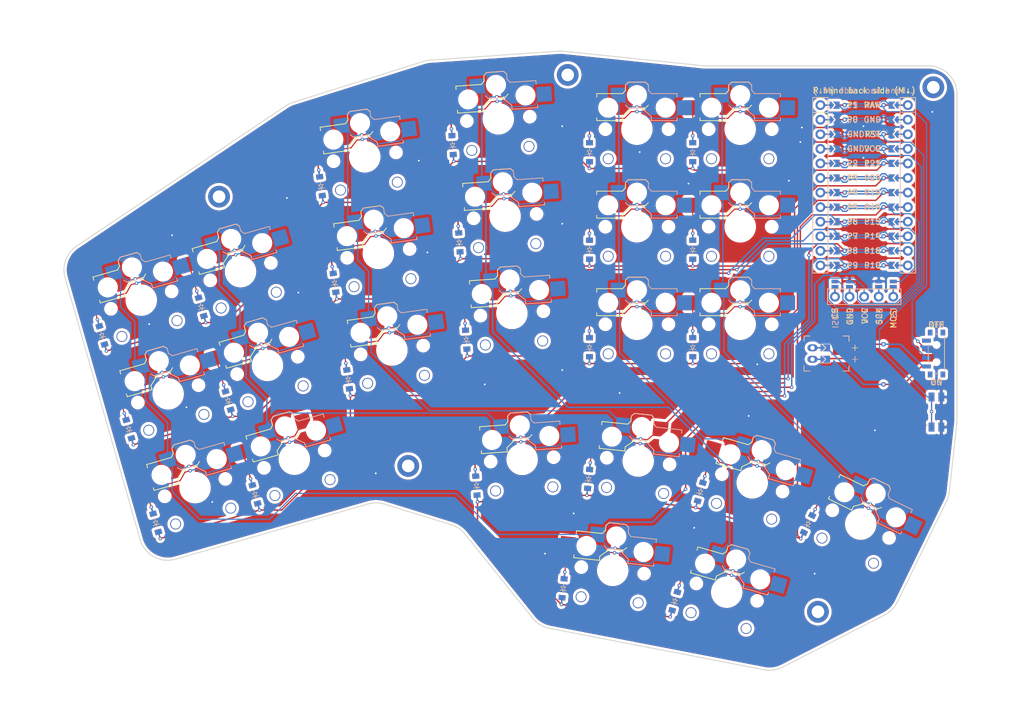
<source format=kicad_pcb>
(kicad_pcb (version 20241229) (generator "pcbnew") (generator_version "9.0")
  (title_block (title "board") (rev "v1.0.0") (company "Unknown"))
  (layers (0 "F.Cu" signal) (2 "B.Cu" signal) (13 "F.Paste" user) (15 "B.Paste" user) (5 "F.SilkS" user "F.Silkscreen") (7 "B.SilkS" user "B.Silkscreen") (1 "F.Mask" user) (3 "B.Mask" user) (25 "Edge.Cuts" user))
  (net 0 "")
  (net 1 "P8")
  (net 2 "outer_bottom")
  (net 3 "GND")
  (net 4 "outer_home")
  (net 5 "outer_top")
  (net 6 "P9")
  (net 7 "pinky_bottom")
  (net 8 "pinky_home")
  (net 9 "pinky_top")
  (net 10 "P10")
  (net 11 "ring_bottom")
  (net 12 "ring_home")
  (net 13 "ring_top")
  (net 14 "P14")
  (net 15 "middle_bottom")
  (net 16 "middle_home")
  (net 17 "middle_top")
  (net 18 "P15")
  (net 19 "index_bottom")
  (net 20 "index_home")
  (net 21 "index_top")
  (net 22 "P16")
  (net 23 "inner_bottom")
  (net 24 "inner_home")
  (net 25 "inner_top")
  (net 26 "tt_outer_tt_top")
  (net 27 "tt_middle_tt_top")
  (net 28 "tt_home_tt_top")
  (net 29 "tt_inner_tt_top")
  (net 30 "tb_outer_tb_bot")
  (net 31 "tb_inner_tb_bot")
  (net 32 "P19")
  (net 33 "P20")
  (net 34 "P21")
  (net 35 "P18")
  (net 36 "RAW")
  (net 37 "RST")
  (net 38 "VCC")
  (net 39 "P1")
  (net 40 "P0")
  (net 41 "P2")
  (net 42 "P3")
  (net 43 "P4")
  (net 44 "MOSI")
  (net 45 "SCK")
  (net 46 "CS")
  (net 47 "MCU1_24")
  (net 48 "MCU1_1")
  (net 49 "MCU1_23")
  (net 50 "MCU1_2")
  (net 51 "MCU1_22")
  (net 52 "MCU1_3")
  (net 53 "MCU1_21")
  (net 54 "MCU1_4")
  (net 55 "MCU1_20")
  (net 56 "MCU1_5")
  (net 57 "MCU1_19")
  (net 58 "MCU1_6")
  (net 59 "MCU1_18")
  (net 60 "MCU1_7")
  (net 61 "MCU1_17")
  (net 62 "MCU1_8")
  (net 63 "MCU1_16")
  (net 64 "MCU1_9")
  (net 65 "MCU1_15")
  (net 66 "MCU1_10")
  (net 67 "MCU1_14")
  (net 68 "MCU1_11")
  (net 69 "MCU1_13")
  (net 70 "MCU1_12")
  (net 71 "DISP1_1")
  (net 72 "DISP1_2")
  (net 73 "DISP1_4")
  (net 74 "DISP1_5")
  (net 75 "BAT_P")
  (net 76 "JST1_1")
  (net 77 "JST1_2")
  (footprint "ceoloide:diode_tht_sod123" (layer "F.Cu") (at 160.450819 151.164474 106)
    (property "Reference" "D4" (hide yes))
    (property "Value" "")
  )
  (footprint "ceoloide:mcu_nice_nano" (layer "F.Cu") (at 266.618452 96.023529)
    (property "Reference" "MCU1" (hide yes))
    (property "Value" "")
  )
  (footprint "ceoloide:mounting_hole_plated" (layer "F.Cu") (at 258.57217 171.634477 -26)
    (property "Reference" "H4" (hide yes))
    (property "Value" "")
  )
  (footprint "ceoloide:power_switch_smd_side" (layer "F.Cu") (at 279.218452 126.623529)
    (property "Reference" "PWR1" (hide yes))
    (property "Value" "")
  )
  (footprint "ceoloide:diode_tht_sod123" (layer "F.Cu") (at 218.743452 108.523529 90)
    (property "Reference" "D14" (hide yes))
    (property "Value" "")
  )
  (footprint "ceoloide:mounting_hole_plated" (layer "F.Cu") (at 214.95714 78.059006 4)
    (property "Reference" "H3" (hide yes))
    (property "Value" "")
  )
  (footprint "ceoloide:diode_tht_sod123" (layer "F.Cu") (at 218.594382 148.479117 84)
    (property "Reference" "D20" (hide yes))
    (property "Value" "")
  )
  (footprint "ceoloide:diode_tht_sod123" (layer "F.Cu") (at 171.947634 97.455217 98)
    (property "Reference" "D9" (hide yes))
    (property "Value" "")
  )
  (footprint "ceoloide:diode_tht_sod123" (layer "F.Cu") (at 238.057037 150.728132 74)
    (property "Reference" "D21" (hide yes))
    (property "Value" "")
  )
  (footprint "ceoloide:diode_tht_sod123" (layer "F.Cu") (at 176.679519 131.124331 98)
    (property "Reference" "D7" (hide yes))
    (property "Value" "")
  )
  (footprint "ceoloide:diode_tht_sod123" (layer "F.Cu") (at 256.833474 156.322633 64)
    (property "Reference" "D22" (hide yes))
    (property "Value" "")
  )
  (footprint "ceoloide:diode_tht_sod123" (layer "F.Cu") (at 214.152859 167.535362 84)
    (property "Reference" "D23" (hide yes))
    (property "Value" "")
  )
  (footprint "ceoloide:diode_tht_sod123" (layer "F.Cu") (at 133.776439 123.443048 106)
    (property "Reference" "D3" (hide yes))
    (property "Value" "")
  )
  (footprint "ceoloide:diode_tht_sod123" (layer "F.Cu") (at 236.743452 108.523529 90)
    (property "Reference" "D17" (hide yes))
    (property "Value" "")
  )
  (footprint "ceoloide:diode_tht_sod123" (layer "F.Cu") (at 236.743452 91.523529 90)
    (property "Reference" "D18" (hide yes))
    (property "Value" "")
  )
  (footprint "ceoloide:diode_tht_sod123" (layer "F.Cu") (at 218.743452 91.523529 90)
    (property "Reference" "D15" (hide yes))
    (property "Value" "")
  )
  (footprint "ceoloide:diode_tht_sod123" (layer "F.Cu") (at 138.462274 139.784497 106)
    (property "Reference" "D2" (hide yes))
    (property "Value" "")
  )
  (footprint "ceoloide:diode_tht_sod123" (layer "F.Cu") (at 233.615514 169.784377 74)
    (property "Reference" "D24" (hide yes))
    (property "Value" "")
  )
  (footprint "ceoloide:diode_tht_sod123" (layer "F.Cu") (at 174.313576 114.289774 98)
    (property "Reference" "D8" (hide yes))
    (property "Value" "")
  )
  (footprint "ceoloide:battery_connector_jst_ph_2" (layer "F.Cu") (at 257.618452 126.623529 90)
    (property "Reference" "JST1" (hide yes))
    (property "Value" "")
  )
  (footprint "ceoloide:diode_tht_sod123" (layer "F.Cu") (at 199.03687 149.643926 94)
    (property "Reference" "D19" (hide yes))
    (property "Value" "")
  )
  (footprint "ceoloide:diode_tht_sod123" (layer "F.Cu") (at 143.148109 156.125946 106)
    (property "Reference" "D1" (hide yes))
    (property "Value" "")
  )
  (footprint "ceoloide:reset_switch_smd_side" (layer "F.Cu") (at 279.218452 136.823529 -90)
    (property "Reference" "RST1" (hide yes))
    (property "Value" "")
  )
  (footprint "ceoloide:diode_tht_sod123" (layer "F.Cu") (at 196.07222 107.247453 94)
    (property "Reference" "D11" (hide yes))
    (property "Value" "")
  )
  (footprint "ceoloide:diode_tht_sod123" (layer "F.Cu") (at 151.079149 118.481576 106)
    (property "Reference" "D6" (hide yes))
    (property "Value" "")
  )
  (footprint "ceoloide:diode_tht_sod123" (layer "F.Cu") (at 218.743452 125.523529 90)
    (property "Reference" "D13" (hide yes))
    (property "Value" "")
  )
  (footprint "ceoloide:diode_tht_sod123" (layer "F.Cu") (at 194.88636 90.288864 94)
    (property "Reference" "D12" (hide yes))
    (property "Value" "")
  )
  (footprint "ceoloide:diode_tht_sod123" (layer "F.Cu") (at 197.25808 124.206042 94)
    (property "Reference" "D10" (hide yes))
    (property "Value" "")
  )
  (footprint "ceoloide:mounting_hole_plated" (layer "F.Cu") (at 187.156426 146.21307 8)
    (property "Reference" "H2" (hide yes))
    (property "Value" "")
  )
  (footprint "ceoloide:mounting_hole_plated" (layer "F.Cu") (at 154.182373 99.282471 16)
    (property "Reference" "H1" (hide yes))
    (property "Value" "")
  )
  (footprint "ceoloide:display_nice_view" (layer "F.Cu") (at 266.618452 100.018529)
    (property "Reference" "DISP1" (hide yes))
    (property "Value" "")
  )
  (footprint "ceoloide:diode_tht_sod123" (layer "F.Cu") (at 155.764984 134.823025 106)
    (property "Reference" "D5" (hide yes))
    (property "Value" "")
  )
  (footprint "ceoloide:mounting_hole_plated" (layer "F.Cu") (at 278.678452 80.213529)
    (property "Reference" "H5" (hide yes))
    (property "Value" "")
  )
  (footprint "ceoloide:diode_tht_sod123" (layer "F.Cu") (at 236.743452 125.523529 90)
    (property "Reference" "D16" (hide yes))
    (property "Value" "")
  )
  (footprint "ceoloide:switch_choc_v1_v2" (layer "B.Cu") (at 140.62833 117.317102 16)
    (property "Reference" "S3" (hide yes))
    (property "Value" "")
  )
  (footprint "ceoloide:switch_choc_v1_v2" (layer "B.Cu") (at 184.317295 126.011602 8)
    (property "Reference" "S7" (hide yes))
    (property "Value" "")
  )
  (footprint "ceoloide:switch_choc_v1_v2" (layer "B.Cu") (at 245.018452 104.523529)
    (property "Reference" "S17" (hide yes))
    (property "Value" "")
  )
  (footprint "ceoloide:switch_choc_v1_v2" (layer "B.Cu") (at 204.048037 102.679962 4)
    (property "Reference" "S11" (hide yes))
    (property "Value" "")
  )
  (footprint "ceoloide:switch_choc_v1_v2" (layer "B.Cu") (at 205.233897 119.638551 4)
    (property "Reference" "S10" (hide yes))
    (property "Value" "")
  )
  (footprint "ceoloide:switch_choc_v1_v2" (layer "B.Cu") (at 162.616876 128.697079 16)
    (property "Reference" "S5" (hide yes))
    (property "Value" "")
  )
  (footprint "ceoloide:switch_choc_v1_v2" (layer "B.Cu") (at 150 150 16)
    (property "Reference" "S1" (hide yes))
    (property "Value" "")
  )
  (footprint "ceoloide:switch_choc_v1_v2" (layer "B.Cu") (at 202.862177 85.721373 4)
    (property "Reference" "S12" (hide yes))
    (property "Value" "")
  )
  (footprint "ceoloide:switch_choc_v1_v2" (layer "B.Cu") (at 247.114027 149.163984 -16)
    (property "Reference" "S21" (hide yes))
    (property "Value" "")
  )
  (footprint "ceoloide:switch_choc_v1_v2" (layer "B.Cu") (at 227.242164 145.366003 -6)
    (property "Reference" "S20" (hide yes))
    (property "Value" "")
  )
  (footprint "ceoloide:switch_choc_v1_v2" (layer "B.Cu") (at 157.931041 112.35563 16)
    (property "Reference" "S6" (hide yes))
    (property "Value" "")
  )
  (footprint "ceoloide:switch_choc_v1_v2" (layer "B.Cu") (at 227.018452 87.523529)
    (property "Reference" "S15" (hide yes))
    (property "Value" "")
  )
  (footprint "ceoloide:switch_choc_v1_v2" (layer "B.Cu") (at 179.58541 92.342487 8)
    (property "Reference" "S9" (hide yes))
    (property "Value" "")
  )
  (footprint "ceoloide:switch_choc_v1_v2" (layer "B.Cu") (at 245.018452 121.523529)
    (property "Reference" "S16" (hide yes))
    (property "Value" "")
  )
  (footprint "ceoloide:switch_choc_v1_v2" (layer "B.Cu") (at 167.302711 145.038528 16)
    (property "Reference" "S4" (hide yes))
    (property "Value" "")
  )
  (footprint "ceoloide:switch_choc_v1_v2" (layer "B.Cu") (at 245.018452 87.523529)
    (property "Reference" "S18" (hide yes))
    (property "Value" "")
  )
  (footprint "ceoloide:switch_choc_v1_v2" (layer "B.Cu") (at 227.018452 104.523529)
    (property "Reference" "S14" (hide yes))
    (property "Value" "")
  )
  (footprint "ceoloide:switch_choc_v1_v2" (layer "B.Cu") (at 266.024479 156.354978 -26)
    (property "Reference" "S22" (hide yes))
    (property "Value" "")
  )
  (footprint "ceoloide:switch_choc_v1_v2" (layer "B.Cu") (at 207.012687 145.076435 4)
    (property "Reference" "S19" (hide yes))
    (property "Value" "")
  )
  (footprint "ceoloide:switch_choc_v1_v2" (layer "B.Cu") (at 181.951352 109.177044 8)
    (property "Reference" "S8" (hide yes))
    (property "Value" "")
  )
  (footprint "ceoloide:switch_choc_v1_v2" (layer "B.Cu") (at 145.314165 133.658551 16)
    (property "Reference" "S2" (hide yes))
    (property "Value" "")
  )
  (footprint "ceoloide:switch_choc_v1_v2" (layer "B.Cu") (at 242.672504 168.220229 -16)
    (property "Reference" "S24" (hide yes))
    (property "Value" "")
  )
  (footprint "ceoloide:switch_choc_v1_v2" (layer "B.Cu") (at 222.800641 164.422248 -6)
    (property "Reference" "S23" (hide yes))
    (property "Value" "")
  )
  (footprint "ceoloide:switch_choc_v1_v2" (layer "B.Cu") (at 227.018452 121.523529)
    (property "Reference" "S13" (hide yes))
    (property "Value" "")
  )
  (gr_arc (start 238.977357 76.473529) (mid 238.718799 76.466839) (end 238.460933 76.446788) (stroke (width 0.15)) (layer "Edge.Cuts"))
  (gr_arc (start 180.164667 152.84573) (mid 181.593087 152.652291) (end 183.017332 152.874391) (stroke (width 0.15)) (layer "Edge.Cuts"))
  (gr_arc (start 211.80964 174.535755) (mid 210.177531 173.909918) (end 208.860581 172.760529) (stroke (width 0.15)) (layer "Edge.Cuts"))
  (gr_arc (start 272.427816 169.915905) (mid 271.502883 171.225759) (end 270.210879 172.175467) (stroke (width 0.15)) (layer "Edge.Cuts"))
  (gr_arc (start 213.329632 73.912435) (mid 213.762551 73.900963) (end 214.194838 73.926996) (stroke (width 0.15)) (layer "Edge.Cuts"))
  (gr_line (start 214.194838 73.926996) (end 238.460933 76.446788) (stroke (width 0.15)) (layer "Edge.Cuts"))
  (gr_line (start 129.362908 107.891366) (end 165.862256 83.429897) (stroke (width 0.15)) (layer "Edge.Cuts"))
  (gr_arc (start 146.60534 162.468713) (mid 142.803105 162.035503) (end 140.420844 159.040591) (stroke (width 0.15)) (layer "Edge.Cuts"))
  (gr_line (start 282.788436 138.796231) (end 281.479447 150.688478) (stroke (width 0.15)) (layer "Edge.Cuts"))
  (gr_line (start 180.164667 152.84573) (end 146.60534 162.468712) (stroke (width 0.15)) (layer "Edge.Cuts"))
  (gr_line (start 208.860581 172.760529) (end 197.071134 158.107753) (stroke (width 0.15)) (layer "Edge.Cuts"))
  (gr_line (start 281.003433 152.333284) (end 272.427816 169.915905) (stroke (width 0.15)) (layer "Edge.Cuts"))
  (gr_line (start 282.818452 81.473529) (end 282.818452 138.249181) (stroke (width 0.15)) (layer "Edge.Cuts"))
  (gr_arc (start 165.862256 83.429898) (mid 166.48379 83.075017) (end 167.149625 82.812511) (stroke (width 0.15)) (layer "Edge.Cuts"))
  (gr_arc (start 277.818452 76.473529) (mid 281.353986 77.937995) (end 282.818452 81.473529) (stroke (width 0.15)) (layer "Edge.Cuts"))
  (gr_line (start 167.149625 82.812511) (end 189.858888 75.690377) (stroke (width 0.15)) (layer "Edge.Cuts"))
  (gr_line (start 191.006358 75.47343) (end 213.329632 73.912435) (stroke (width 0.15)) (layer "Edge.Cuts"))
  (gr_arc (start 127.340222 113.423038) (mid 127.450616 110.327765) (end 129.362909 107.891366) (stroke (width 0.15)) (layer "Edge.Cuts"))
  (gr_arc (start 189.858888 75.690377) (mid 190.426267 75.548288) (end 191.006358 75.47343) (stroke (width 0.15)) (layer "Edge.Cuts"))
  (gr_arc (start 194.650001 156.464466) (mid 195.983469 157.105032) (end 197.071134 158.107753) (stroke (width 0.15)) (layer "Edge.Cuts"))
  (gr_line (start 140.420844 159.04059) (end 127.340222 113.423039) (stroke (width 0.15)) (layer "Edge.Cuts"))
  (gr_line (start 194.650001 156.464467) (end 183.017332 152.874391) (stroke (width 0.15)) (layer "Edge.Cuts"))
  (gr_arc (start 252.406377 181.283001) (mid 250.832924 181.781833) (end 249.182793 181.74117) (stroke (width 0.15)) (layer "Edge.Cuts"))
  (gr_arc (start 281.479446 150.688478) (mid 281.312373 151.531409) (end 281.003433 152.333284) (stroke (width 0.15)) (layer "Edge.Cuts"))
  (gr_line (start 249.182793 181.74117) (end 211.80964 174.535755) (stroke (width 0.15)) (layer "Edge.Cuts"))
  (gr_line (start 238.977357 76.473529) (end 277.818452 76.473529) (stroke (width 0.15)) (layer "Edge.Cuts"))
  (gr_arc (start 282.818452 138.249181) (mid 282.810942 138.523117) (end 282.788436 138.796231) (stroke (width 0.15)) (layer "Edge.Cuts"))
  (gr_line (start 270.210879 172.175467) (end 252.406378 181.283002) (stroke (width 0.15)) (layer "Edge.Cuts"))
  (segment (start 150.085419 145.944346) (end 148.931905 146.275111) (width 0.2) (layer "F.Cu") (net 1))
  (segment (start 235.5 141.5) (end 243 134) (width 0.25) (layer "F.Cu") (net 1))
  (segment (start 263.218452 108.723529) (end 261.994923 107.5) (width 0.25) (layer "F.Cu") (net 1))
  (segment (start 151.50809 143.377781) (end 150.085419 145.944346) (width 0.2) (layer "F.Cu") (net 1))
  (segment (start 140.713749 113.261449) (end 139.560235 113.592213) (width 0.2) (layer "F.Cu") (net 1))
  (segment (start 235.5 150.25) (end 235.5 141.5) (width 0.25) (layer "F.Cu") (net 1))
  (segment (start 261.843452 108.723529) (end 263.218452 108.723529) (width 0.25) (layer "F.Cu") (net 1))
  (segment (start 243 134) (end 252.749 134) (width 0.25) (layer "F.Cu") (net 1))
  (segment (start 226.679645 158.847173) (end 224.399115 160.69391) (width 0.2) (layer "F.Cu") (net 1))
  (segment (start 224.399115 160.69391) (end 223.205689 160.568476) (width 0.2) (layer "F.Cu") (net 1))
  (segment (start 142.13642 110.694883) (end 140.713749 113.261449) (width 0.2) (layer "F.Cu") (net 1))
  (segment (start 145.399584 129.602897) (end 144.24607 129.933662) (width 0.2) (layer "F.Cu") (net 1))
  (segment (start 257 109) (end 257 109.5) (width 0.25) (layer "F.Cu") (net 1))
  (segment (start 261.994923 107.5) (end 258.5 107.5) (width 0.25) (layer "F.Cu") (net 1))
  (segment (start 258.5 107.5) (end 257 109) (width 0.25) (layer "F.Cu") (net 1))
  (segment (start 146.822255 127.036332) (end 145.399584 129.602897) (width 0.2) (layer "F.Cu") (net 1))
  (via (at 257 109.5) (size 0.6) (drill 0.3) (layers "F.Cu" "B.Cu") (net 1))
  (via (at 235.5 150.25) (size 0.6) (drill 0.3) (layers "F.Cu" "B.Cu") (net 1))
  (via (at 148.931905 146.275111) (size 0.6) (drill 0.3) (layers "F.Cu" "B.Cu") (net 1))
  (via (at 252.749 134) (size 0.6) (drill 0.3) (layers "F.Cu" "B.Cu") (net 1))
  (via (at 144.24607 129.933662) (size 0.6) (drill 0.3) (layers "F.Cu" "B.Cu") (net 1))
  (via (at 139.560235 113.592213) (size 0.6) (drill 0.3) (layers "F.Cu" "B.Cu") (net 1))
  (via (at 223.205689 160.568476) (size 0.6) (drill 0.3) (layers "F.Cu" "B.Cu") (net 1))
  (segment (start 137 118.5) (end 137 113.660151) (width 0.2) (layer "B.Cu") (net 1))
  (segment (start 143.092556 130.264427) (end 144.24607 129.933662) (width 0.2) (layer "B.Cu") (net 1))
  (segment (start 229.75 156) (end 222.328038 156) (width 0.25) (layer "B.Cu") (net 1))
  (segment (start 269.213147 108.503529) (end 263.438452 108.503529) (width 0.25) (layer "B.Cu") (net 1))
  (segment (start 145.211826 145.183205) (end 147.778391 146.605876) (width 0.2) (layer "B.Cu") (net 1))
  (segment (start 163 155.5) (end 150.802305 155.5) (width 0.2) (layer "B.Cu") (net 1))
  (segment (start 146.011051 150.708746) (end 146.011051 145.98243) (width 0.2) (layer "B.Cu") (net 1))
  (segment (start 167.5 151) (end 163 155.5) (width 0.2) (layer "B.Cu") (net 1))
  (segment (start 220.165526 158.162512) (end 222.012263 160.443041) (width 0.2) (layer "B.Cu") (net 1))
  (segment (start 140.525991 128.841756) (end 143.092556 130.264427) (width 0.2) (layer "B.Cu") (net 1))
  (segment (start 202.662512 158.162512) (end 195.5 151) (width 0.2) (layer "B.Cu") (net 1))
  (segment (start 146.011051 145.98243) (end 145.211826 145.183205) (width 0.2) (layer "B.Cu") (net 1))
  (segment (start 145.211826 145.183205) (end 145.211826 138.711826) (width 0.2) (layer "B.Cu") (net 1))
  (segment (start 138.406721 113.922978) (end 139.560235 113.592213) (width 0.2) (layer "B.Cu") (net 1))
  (segment (start 252.749 124.97538) (end 257 120.72438) (width 0.25) (layer "B.Cu") (net 1))
  (segment (start 140.525991 128.841756) (end 139.5 127.815765) (width 0.2) (layer "B.Cu") (net 1))
  (segment (start 141.328226 129.643991) (end 140.525991 128.841756) (width 0.2) (layer "B.Cu") (net 1))
  (segment (start 220.165526 158.162512) (end 202.662512 158.162512) (width 0.2) (layer "B.Cu") (net 1))
  (segment (start 222.328038 156) (end 220.165526 158.162512) (width 0.25) (layer "B.Cu") (net 1))
  (segment (start 141.328226 134.828226) (end 141.328226 129.643991) (width 0.2) (layer "B.Cu") (net 1))
  (segment (start 139.5 121) (end 137 118.5) (width 0.2) (layer "B.Cu") (net 1))
  (segment (start 252.749 134) (end 252.749 124.97538) (width 0.25) (layer "B.Cu") (net 1))
  (segment (start 147.778391 146.605876) (end 148.931905 146.275111) (width 0.2) (layer "B.Cu") (net 1))
  (segment (start 145.211826 138.711826) (end 141.328226 134.828226) (width 0.2) (layer "B.Cu") (net 1))
  (segment (start 222.012263 160.443041) (end 223.205689 160.568476) (width 0.2) (layer "B.Cu") (net 1))
  (segment (start 235.5 150.25) (end 229.75 156) (width 0.25) (layer "B.Cu") (net 1))
  (segment (start 257 120.72438) (end 257 109.5) (width 0.25) (layer "B.Cu") (net 1))
  (segment (start 270.318757 107.998529) (end 269.718147 107.998529) (width 0.25) (layer "B.Cu") (net 1))
  (segment (start 135.840156 112.500308) (end 138.406721 113.922978) (width 0.2) (layer "B.Cu") (net 1))
  (segment (start 150.802305 155.5) (end 146.011051 150.708746) (width 0.2) (layer "B.Cu") (net 1))
  (segment (start 271.393452 108.723529) (end 271.043757 108.723529) (width 0.25) (layer "B.Cu") (net 1))
  (segment (start 195.5 151) (end 167.5 151) (width 0.2) (layer "B.Cu") (net 1))
  (segment (start 139.5 127.815765) (end 139.5 121) (width 0.2) (layer "B.Cu") (net 1))
  (segment (start 271.043757 108.723529) (end 270.318757 107.998529) (width 0.25) (layer "B.Cu") (net 1))
  (segment (start 137 113.660151) (end 135.840156 112.500307) (width 0.2) (layer "B.Cu") (net 1))
  (segment (start 269.718147 107.998529) (end 269.213147 108.503529) (width 0.25) (layer "B.Cu") (net 1))
  (segment (start 142.693307 154.539864) (end 142.362542 153.38635) (width 0.25) (layer "F.Cu") (net 2))
  (segment (start 148.215185 147.312867) (end 149.152415 147.04412) (width 0.2) (layer "F.Cu") (net 2))
  (segment (start 147.406834 148.771171) (end 148.215185 147.312867) (width 0.2) (layer "F.Cu") (net 2))
  (segment (start 141.011919 148.676168) (end 142.362542 153.38635) (width 0.2) (layer "F.Cu") (net 2))
  (segment (start 141.011919 148.676168) (end 143.30513 149.947315) (width 0.2) (layer "F.Cu") (net 2))
  (segment (start 143.30513 149.947315) (end 147.406834 148.771171) (width 0.2) (layer "F.Cu") (net 2))
  (via (at 142.362542 153.38635) (size 0.6) (drill 0.3) (layers "F.Cu" "B.Cu") (net 2))
  (via (at 149.152415 147.04412) (size 0.6) (drill 0.3) (layers "F.Cu" "B.Cu") (net 2))
  (segment (start 151.534651 147.587538) (end 150.076347 146.779187) (width 0.2) (layer "B.Cu") (net 2))
  (segment (start 156.9208 144.11437) (end 155.649653 146.40758) (width 0.2) (layer "B.Cu") (net 2))
  (segment (start 150.076347 146.779187) (end 149.152415 147.04412) (width 0.2) (layer "B.Cu") (net 2))
  (segment (start 155.649653 146.40758) (end 151.534651 147.587538) (width 0.2) (layer "B.Cu") (net 2))
  (segment (start 142.362542 153.38635) (end 142.693307 154.539864) (width 0.25) (layer "B.Cu") (net 2))
  (segment (start 271.381981 84.5) (end 278.5 84.5) (width 0.25) (layer "F.Cu") (net 3))
  (segment (start 255.772471 87.227529) (end 262.042452 87.227529) (width 0.25) (layer "F.Cu") (net 3))
  (segment (start 255.5 89.767529) (end 262.042452 89.767529) (width 0.25) (layer "F.Cu") (net 3))
  (segment (start 262.042452 89.767529) (end 263.218452 90.943529) (width 0.25) (layer "F.Cu") (net 3))
  (segment (start 262.042452 87.227529) (end 263.218452 88.403529) (width 0.25) (layer "F.Cu") (net 3))
  (segment (start 271.393452 85.863529) (end 270.018452 85.863529) (width 0.25) (layer "F.Cu") (net 3))
  (segment (start 261.843452 88.403529) (end 263.218452 88.403529) (width 0.25) (layer "F.Cu") (net 3))
  (segment (start 261.843452 90.943529) (end 263.218452 90.943529) (width 0.25) (layer "F.Cu") (net 3))
  (segment (start 270.018452 85.863529) (end 271.381981 84.5) (width 0.25) (layer "F.Cu") (net 3))
  (via (at 278.5 84.5) (size 0.6) (drill 0.3) (layers "F.Cu" "B.Cu") (net 3))
  (via (at 248 128.5) (size 0.6) (drill 0.3) (layers "F.Cu" "B.Cu") (net 3))
  (via (at 146 106) (size 0.6) (drill 0.3) (layers "F.Cu" "B.Cu") (net 3))
  (via (at 216 154.5) (size 0.6) (drill 0.3) (layers "F.Cu" "B.Cu") (net 3))
  (via (at 189 93) (size 0.6) (drill 0.3) (layers "F.Cu" "B.Cu") (net 3))
  (via (at 253.5 96.5) (size 0.6) (drill 0.3) (layers "F.Cu" "B.Cu") (net 3))
  (via (at 255.772471 87.227529) (size 0.6) (drill 0.3) (layers "F.Cu" "B.Cu") (net 3))
  (via (at 166 99.5) (size 0.6) (drill 0.3) (layers "F.Cu" "B.Cu") (net 3))
  (via (at 190.5 109) (size 0.6) (drill 0.3) (layers "F.Cu" "B.Cu") (net 3))
  (via (at 236 97) (size 0.6) (drill 0.3) (layers "F.Cu" "B.Cu") (net 3))
  (via (at 258 165) (size 0.6) (drill 0.3) (layers "F.Cu" "B.Cu") (net 3))
  (via (at 153 152.5) (size 0.6) (drill 0.3) (layers "F.Cu" "B.Cu") (net 3))
  (via (at 214 104) (size 0.6) (drill 0.3) (layers "F.Cu" "B.Cu") (net 3))
  (via (at 246.5 137.5) (size 0.6) (drill 0.3) (layers "F.Cu" "B.Cu") (net 3))
  (via (at 168 116) (size 0.6) (drill 0.3) (layers "F.Cu" "B.Cu") (net 3))
  (via (at 227.5 91.5) (size 0.6) (drill 0.3) (layers "F.Cu" "B.Cu") (net 3))
  (via (at 200.5 132) (size 0.6) (drill 0.3) (layers "F.Cu" "B.Cu") (net 3))
  (via (at 142 121.5) (size 0.6) (drill 0.3) (layers "F.Cu" "B.Cu") (net 3))
  (via (at 237 157) (size 0.6) (drill 0.3) (layers "F.Cu" "B.Cu") (net 3))
  (via (at 266.5 92.5) (size 0.6) (drill 0.3) (layers "F.Cu" "B.Cu") (net 3))
  (via (at 255.5 89.767529) (size 0.6) (drill 0.3) (layers "F.Cu" "B.Cu") (net 3))
  (via (at 214 87) (size 0.6) (drill 0.3) (layers "F.Cu" "B.Cu") (net 3))
  (via (at 268.5 140) (size 0.6) (drill 0.3) (layers "F.Cu" "B.Cu") (net 3))
  (via (at 211 161.5) (size 0.6) (drill 0.3) (layers "F.Cu" "B.Cu") (net 3))
  (via (at 266.5 87) (size 0.6) (drill 0.3) (layers "F.Cu" "B.Cu") (net 3))
  (via (at 148.5 136) (size 0.6) (drill 0.3) (layers "F.Cu" "B.Cu") (net 3))
  (via (at 181.5 147.5) (size 0.6) (drill 0.3) (layers "F.Cu" "B.Cu") (net 3))
  (via (at 214 129.5) (size 0.6) (drill 0.3) (layers "F.Cu" "B.Cu") (net 3))
  (via (at 224 133.5) (size 0.6) (drill 0.3) (layers "F.Cu" "B.Cu") (net 3))
  (segment (start 269.718147 87.678529) (end 269.213147 88.183529) (width 0.25) (layer "B.Cu") (net 3))
  (segment (start 271.043757 90.943529) (end 270.318757 90.218529) (width 0.25) (layer "B.Cu") (net 3))
  (segment (start 271.393452 88.403529) (end 271.043757 88.403529) (width 0.25) (layer "B.Cu") (net 3))
  (segment (start 269.213147 90.723529) (end 263.438452 90.723529) (width 0.25) (layer "B.Cu") (net 3))
  (segment (start 269.213147 88.183529) (end 263.438452 88.183529) (width 0.25) (layer "B.Cu") (net 3))
  (segment (start 269.718147 90.218529) (end 269.213147 90.723529) (width 0.25) (layer "B.Cu") (net 3))
  (segment (start 270.318757 90.218529) (end 269.718147 90.218529) (width 0.25) (layer "B.Cu") (net 3))
  (segment (start 261.843452 85.863529) (end 262.193147 85.863529) (width 0.25) (layer "B.Cu") (net 3))
  (segment (start 270.318757 87.678529) (end 269.718147 87.678529) (width 0.25) (layer "B.Cu") (net 3))
  (segment (start 263.518757 86.588529) (end 264.013757 86.093529) (width 0.25) (layer "B.Cu") (net 3))
  (segment (start 262.193147 85.863529) (end 262.918147 86.588529) (width 0.25) (layer "B.Cu") (net 3))
  (segment (start 271.393452 90.943529) (end 271.043757 90.943529) (width 0.25) (layer "B.Cu") (net 3))
  (segment (start 264.013757 86.093529) (end 269.788452 86.093529) (width 0.25) (layer "B.Cu") (net 3))
  (segment (start 271.043757 88.403529) (end 270.318757 87.678529) (width 0.25) (layer "B.Cu") (net 3))
  (segment (start 262.918147 86.588529) (end 263.518757 86.588529) (width 0.25) (layer "B.Cu") (net 3))
  (segment (start 138.007472 138.198415) (end 137.676707 137.044901) (width 0.25) (layer "F.Cu") (net 4))
  (segment (start 136.326084 132.334719) (end 137.676707 137.044901) (width 0.2) (layer "F.Cu") (net 4))
  (segment (start 136.326084 132.334719) (end 138.619295 133.605867) (width 0.2) (layer "F.Cu") (net 4))
  (segment (start 142.720999 132.429722) (end 143.52935 130.971418) (width 0.2) (layer "F.Cu") (net 4))
  (segment (start 138.619295 133.605867) (end 142.720999 132.429722) (width 0.2) (layer "F.Cu") (net 4))
  (segment (start 143.52935 130.971418) (end 144.46658 130.702672) (width 0.2) (layer "F.Cu") (net 4))
  (via (at 144.46658 130.702672) (size 0.6) (drill 0.3) (layers "F.Cu" "B.Cu") (net 4))
  (via (at 137.676707 137.044901) (size 0.6) (drill 0.3) (layers "F.Cu" "B.Cu") (net 4))
  (segment (start 137.676707 137.044901) (end 138.007472 138.198415) (width 0.25) (layer "B.Cu") (net 4))
  (segment (start 145.390512 130.437738) (end 144.46658 130.702672) (width 0.2) (layer "B.Cu") (net 4))
  (segment (start 152.234965 127.772921) (end 150.963818 130.066132) (width 0.2) (layer "B.Cu") (net 4))
  (segment (start 150.963818 130.066132) (end 146.848816 131.246089) (width 0.2) (layer "B.Cu") (net 4))
  (segment (start 146.848816 131.246089) (end 145.390512 130.437738) (width 0.2) (layer "B.Cu") (net 4))
  (segment (start 131.640249 115.99327) (end 132.990872 120.703453) (width 0.2) (layer "F.Cu") (net 5))
  (segment (start 133.93346 117.264418) (end 138.035164 116.088273) (width 0.2) (layer "F.Cu") (net 5))
  (segment (start 131.640249 115.99327) (end 133.93346 117.264418) (width 0.2) (layer "F.Cu") (net 5))
  (segment (start 138.843515 114.629969) (end 139.780745 114.361223) (width 0.2) (layer "F.Cu") (net 5))
  (segment (start 138.035164 116.088273) (end 138.843515 114.629969) (width 0.2) (layer "F.Cu") (net 5))
  (segment (start 133.321637 121.856967) (end 132.990872 120.703453) (width 0.25) (layer "F.Cu") (net 5))
  (via (at 139.780745 114.361223) (size 0.6) (drill 0.3) (layers "F.Cu" "B.Cu") (net 5))
  (via (at 132.990872 120.703453) (size 0.6) (drill 0.3) (layers "F.Cu" "B.Cu") (net 5))
  (segment (start 140.704677 114.096289) (end 139.780745 114.361223) (width 0.2) (layer "B.Cu") (net 5))
  (segment (start 132.990872 120.703453) (end 133.321637 121.856967) (width 0.25) (layer "B.Cu") (net 5))
  (segment (start 146.277983 113.724683) (end 142.162981 114.904641) (width 0.2) (layer "B.Cu") (net 5))
  (segment (start 142.162981 114.904641) (end 140.704677 114.096289) (width 0.2) (layer "B.Cu") (net 5))
  (segment (start 147.54913 111.431472) (end 146.277983 113.724683) (width 0.2) (layer "B.Cu") (net 5))
  (segment (start 159.43913 105.733411) (end 158.01646 108.299976) (width 0.2) (layer "F.Cu") (net 6))
  (segment (start 207.939457 141.127166) (end 206.742381 141.210874) (width 0.2) (layer "F.Cu") (net 6))
  (segment (start 167.38813 140.982874) (end 166.234616 141.313639) (width 0.2) (layer "F.Cu") (net 6))
  (segment (start 253.375 131) (end 217.777134 131) (width 0.25) (layer "F.Cu") (net 6))
  (segment (start 164.124965 122.074859) (end 162.702295 124.641425) (width 0.2) (layer "F.Cu") (net 6))
  (segment (start 158.01646 108.299976) (end 156.862946 108.630741) (width 0.2) (layer "F.Cu") (net 6))
  (segment (start 261.843452 111.263529) (end 263.218452 111.263529) (width 0.25) (layer "F.Cu") (net 6))
  (segment (start 209.864658 138.912476) (end 207.939457 141.127166) (width 0.2) (layer "F.Cu") (net 6))
  (segment (start 168.8108 138.416308) (end 167.38813 140.982874) (width 0.2) (layer "F.Cu") (net 6))
  (segment (start 162.702295 124.641425) (end 161.548781 124.97219) (width 0.2) (layer "F.Cu") (net 6))
  (segment (start 217.777134 131) (end 209.864658 138.912476) (width 0.25) (layer "F.Cu") (net 6))
  (via (at 206.742381 141.210874) (size 0.6) (drill 0.3) (layers "F.Cu" "B.Cu") (net 6))
  (via (at 156.862946 108.630741) (size 0.6) (drill 0.3) (layers "F.Cu" "B.Cu") (net 6))
  (via (at 166.234616 141.313639) (size 0.6) (drill 0.3) (layers "F.Cu" "B.Cu") (net 6))
  (via (at 253.375 131) (size 0.6) (drill 0.3) (layers "F.Cu" "B.Cu") (net 6))
  (via (at 161.548781 124.97219) (size 0.6) (drill 0.3) (layers "F.Cu" "B.Cu") (net 6))
  (segment (start 160.395267 125.302955) (end 161.548781 124.97219) (width 0.2) (layer "B.Cu") (net 6))
  (segment (start 162.514537 138.869343) (end 162.514537 140.221733) (width 0.2) (layer "B.Cu") (net 6))
  (segment (start 253.5 124.86219) (end 257.5 120.86219) (width 0.25) (layer "B.Cu") (net 6))
  (segment (start 263.218452 111.045423) (end 263.218452 111.263529) (width 0.25) (layer "B.Cu") (net 6))
  (segment (start 258.511336 110.087529) (end 262.260558 110.087529) (width 0.25) (layer "B.Cu") (net 6))
  (segment (start 158.879718 124.9313) (end 158.879718 130.879718) (width 0.25) (layer "B.Cu") (net 6))
  (segment (start 253.375 124.98719) (end 253.5 124.86219) (width 0.25) (layer "B.Cu") (net 6))
  (segment (start 158.879718 130.879718) (end 162.514537 134.514537) (width 0.25) (layer "B.Cu") (net 6))
  (segment (start 162.514537 134.514537) (end 162.514537 140.221733) (width 0.25) (layer "B.Cu") (net 6))
  (segment (start 157.828702 118.328702) (end 157.828702 123.880284) (width 0.25) (layer "B.Cu") (net 6))
  (segment (start 270.318757 110.538529) (end 269.718147 110.538529) (width 0.25) (layer "B.Cu") (net 6))
  (segment (start 262.260558 110.087529) (end 263.218452 111.045423) (width 0.25) (layer "B.Cu") (net 6))
  (segment (start 269.718147 110.538529) (end 269.213147 111.043529) (width 0.25) (layer "B.Cu") (net 6))
  (segment (start 165.081102 141.644403) (end 166.234616 141.313639) (width 0.2) (layer "B.Cu") (net 6))
  (segment (start 200.961233 137) (end 164.38388 137) (width 0.2) (layer "B.Cu") (net 6))
  (segment (start 153.142867 107.538835) (end 154.193883 108.589851) (width 0.25) (layer "B.Cu") (net 6))
  (segment (start 157.828702 123.880284) (end 158.879718 124.9313) (width 0.25) (layer "B.Cu") (net 6))
  (segment (start 203.330614 139.369381) (end 205.545304 141.294582) (width 0.2) (layer "B.Cu") (net 6))
  (segment (start 162.514536 140.221733) (end 165.081102 141.644403) (width 0.2) (layer "B.Cu") (net 6))
  (segment (start 271.043757 111.263529) (end 270.318757 110.538529) (width 0.25) (layer "B.Cu") (net 6))
  (segment (start 271.393452 111.263529) (end 271.043757 111.263529) (width 0.25) (layer "B.Cu") (net 6))
  (segment (start 157.828701 123.880284) (end 160.395267 125.302955) (width 0.2) (layer "B.Cu") (net 6))
  (segment (start 269.213147 111.043529) (end 263.438452 111.043529) (width 0.25) (layer "B.Cu") (net 6))
  (segment (start 257.5 120.86219) (end 257.5 111.098865) (width 0.25) (layer "B.Cu") (net 6))
  (segment (start 155.709432 108.961506) (end 156.862946 108.630741) (width 0.2) (layer "B.Cu") (net 6))
  (segment (start 257.5 111.098865) (end 258.511336 110.087529) (width 0.25) (layer "B.Cu") (net 6))
  (segment (start 205.545304 141.294582) (end 206.742381 141.210874) (width 0.2) (layer "B.Cu") (net 6))
  (segment (start 154.193883 108.589851) (end 154.193883 114.693883) (width 0.25) (layer "B.Cu") (net 6))
  (segment (start 164.38388 137) (end 162.514537 138.869343) (width 0.2) (layer "B.Cu") (net 6))
  (segment (start 154.193883 114.693883) (end 157.828702 118.328702) (width 0.25) (layer "B.Cu") (net 6))
  (segment (start 203.330614 139.369381) (end 200.961233 137) (width 0.2) (layer "B.Cu") (net 6))
  (segment (start 153.142866 107.538835) (end 155.709432 108.961506) (width 0.2) (layer "B.Cu") (net 6))
  (segment (start 253.375 131) (end 253.375 124.98719) (width 0.25) (layer "B.Cu") (net 6))
  (segment (start 165.517895 142.351394) (end 166.455126 142.082648) (width 0.2) (layer "F.Cu") (net 7))
  (segment (start 158.31463 143.714696) (end 159.665253 148.424878) (width 0.25) (layer "F.Cu") (net 7))
  (segment (start 159.996018 149.578392) (end 159.665253 148.424878) (width 0.25) (layer "F.Cu") (net 7))
  (segment (start 164.709544 143.809698) (end 165.517895 142.351394) (width 0.2) (layer "F.Cu") (net 7))
  (segment (start 158.31463 143.714695) (end 160.607841 144.985843) (width 0.2) (layer "F.Cu") (net 7))
  (segment (start 160.607841 144.985843) (end 164.709544 143.809698) (width 0.2) (layer "F.Cu") (net 7))
  (via (at 159.665253 148.424878) (size 0.6) (drill 0.3) (layers "F.Cu" "B.Cu") (net 7))
  (via (at 166.455126 142.082648) (size 0.6) (drill 0.3) (layers "F.Cu" "B.Cu") (net 7))
  (segment (start 167.379058 141.817715) (end 166.455126 142.082648) (width 0.2) (layer "B.Cu") (net 7))
  (segment (start 172.952363 141.446108) (end 168.837362 142.626066) (width 0.2) (layer "B.Cu") (net 7))
  (segment (start 168.837362 142.626066) (end 167.379058 141.817715) (width 0.2) (layer "B.Cu") (net 7))
  (segment (start 174.223511 139.152897) (end 172.952363 141.446108) (width 0.2) (layer "B.Cu") (net 7))
  (segment (start 159.665253 148.424878) (end 159.996018 149.578392) (width 0.25) (layer "B.Cu") (net 7))
  (segment (start 155.922006 128.644394) (end 160.023709 127.46825) (width 0.2) (layer "F.Cu") (net 8))
  (segment (start 160.83206 126.009946) (end 161.769291 125.741199) (width 0.2) (layer "F.Cu") (net 8))
  (segment (start 153.628795 127.373247) (end 155.922006 128.644394) (width 0.2) (layer "F.Cu") (net 8))
  (segment (start 153.628795 127.373247) (end 154.979418 132.083429) (width 0.2) (layer "F.Cu") (net 8))
  (segment (start 155.310183 133.236943) (end 154.979418 132.083429) (width 0.25) (layer "F.Cu") (net 8))
  (segment (start 160.023709 127.46825) (end 160.83206 126.009946) (width 0.2) (layer "F.Cu") (net 8))
  (via (at 161.769291 125.741199) (size 0.6) (drill 0.3) (layers "F.Cu" "B.Cu") (net 8))
  (via (at 154.979418 132.083429) (size 0.6) (drill 0.3) (layers "F.Cu" "B.Cu") (net 8))
  (segment (start 164.151527 126.284617) (end 162.693223 125.476266) (width 0.2) (layer "B.Cu") (net 8))
  (segment (start 168.266528 125.104659) (end 164.151527 126.284617) (width 0.2) (layer "B.Cu") (net 8))
  (segment (start 154.979418 132.083429) (end 155.310183 133.236943) (width 0.25) (layer "B.Cu") (net 8))
  (segment (start 162.693223 125.476266) (end 161.769291 125.741199) (width 0.2) (layer "B.Cu") (net 8))
  (segment (start 169.537676 122.811448) (end 168.266528 125.104659) (width 0.2) (layer "B.Cu") (net 8))
  (segment (start 148.94296 111.031798) (end 150.293583 115.74198) (width 0.2) (layer "F.Cu") (net 9))
  (segment (start 148.94296 111.031798) (end 151.236171 112.302945) (width 0.2) (layer "F.Cu") (net 9))
  (segment (start 151.236171 112.302945) (end 155.337874 111.126801) (width 0.2) (layer "F.Cu") (net 9))
  (segment (start 156.146226 109.668497) (end 157.083456 109.39975) (width 0.2) (layer "F.Cu") (net 9))
  (segment (start 150.624348 116.895494) (end 150.293583 115.74198) (width 0.25) (layer "F.Cu") (net 9))
  (segment (start 155.337874 111.126801) (end 156.146226 109.668497) (width 0.2) (layer "F.Cu") (net 9))
  (via (at 157.083456 109.39975) (size 0.6) (drill 0.3) (layers "F.Cu" "B.Cu") (net 9))
  (via (at 150.293583 115.74198) (size 0.6) (drill 0.3) (layers "F.Cu" "B.Cu") (net 9))
  (segment (start 163.580693 108.76321) (end 159.465692 109.943168) (width 0.2) (layer "B.Cu") (net 9))
  (segment (start 150.293583 115.74198) (end 150.624348 116.895494) (width 0.25) (layer "B.Cu") (net 9))
  (segment (start 159.465692 109.943168) (end 158.007388 109.134817) (width 0.2) (layer "B.Cu") (net 9))
  (segment (start 164.851841 106.47) (end 163.580693 108.76321) (width 0.2) (layer "B.Cu") (net 9))
  (segment (start 158.007388 109.134817) (end 157.083456 109.39975) (width 0.2) (layer "B.Cu") (net 9))
  (segment (start 238.412096 132.5) (end 231.121168 139.790928) (width 0.25) (layer "F.Cu") (net 10))
  (segment (start 254 132.5) (end 238.412096 132.5) (width 0.25) (layer "F.Cu") (net 10))
  (segment (start 184.3664 102.829158) (end 182.600378 105.172748) (width 0.2) (layer "F.Cu") (net 10))
  (segment (start 271.393452 111.263529) (end 270.018452 111.263529) (width 0.25) (layer "F.Cu") (net 10))
  (segment (start 186.732343 119.663715) (end 184.966321 122.007305) (width 0.2) (layer "F.Cu") (net 10))
  (segment (start 182.600378 105.172748) (end 181.412057 105.339756) (width 0.2) (layer "F.Cu") (net 10))
  (segment (start 231.121168 139.790928) (end 228.840638 141.637665) (width 0.2) (layer "F.Cu") (net 10))
  (segment (start 182.000458 85.9946) (end 180.234436 88.338191) (width 0.2) (layer "F.Cu") (net 10))
  (segment (start 228.840638 141.637665) (end 227.647212 141.512231) (width 0.2) (layer "F.Cu") (net 10))
  (segment (start 184.966321 122.007305) (end 183.777999 122.174313) (width 0.2) (layer "F.Cu") (net 10))
  (segment (start 180.234436 88.338191) (end 179.046114 88.505198) (width 0.2) (layer "F.Cu") (net 10))
  (via (at 183.777999 122.174313) (size 0.6) (drill 0.3) (layers "F.Cu" "B.Cu") (net 10))
  (via (at 254 132.5) (size 0.6) (drill 0.3) (layers "F.Cu" "B.Cu") (net 10))
  (via (at 181.412057 105.339756) (size 0.6) (drill 0.3) (layers "F.Cu" "B.Cu") (net 10))
  (via (at 227.647212 141.512231) (size 0.6) (drill 0.3) (layers "F.Cu" "B.Cu") (net 10))
  (via (at 179.046114 88.505198) (size 0.6) (drill 0.3) (layers "F.Cu" "B.Cu") (net 10))
  (segment (start 180.246087 112.239514) (end 180.246087 120.575299) (width 0.2) (layer "B.Cu") (net 10))
  (segment (start 262.193147 111.263529) (end 262.918147 111.988529) (width 0.25) (layer "B.Cu") (net 10))
  (segment (start 224.607049 139.106267) (end 226.453786 141.386796) (width 0.2) (layer "B.Cu") (net 10))
  (segment (start 261.843452 111.263529) (end 262.193147 111.263529) (width 0.25) (layer "B.Cu") (net 10))
  (segment (start 259.5 113) (end 261 113) (width 0.25) (layer "B.Cu") (net 10))
  (segment (start 177.857792 88.672206) (end 179.046114 88.505198) (width 0.2) (layer "B.Cu") (net 10))
  (segment (start 180.223735 105.506763) (end 181.412057 105.339756) (width 0.2) (layer "B.Cu") (net 10))
  (segment (start 180.695056 126.421286) (end 180.695056 121.024268) (width 0.2) (layer "B.Cu") (net 10))
  (segment (start 226.453786 141.386796) (end 227.647212 141.512231) (width 0.2) (layer "B.Cu") (net 10))
  (segment (start 258 121) (end 258 114.5) (width 0.25) (layer "B.Cu") (net 10))
  (segment (start 254 132.5) (end 254 125) (width 0.25) (layer "B.Cu") (net 10))
  (segment (start 178.329113 104.18971) (end 178.329113 110.32254) (width 0.2) (layer "B.Cu") (net 10))
  (segment (start 261 113) (end 261.843452 112.156548) (width 0.25) (layer "B.Cu") (net 10))
  (segment (start 263.518757 111.988529) (end 264.013757 111.493529) (width 0.25) (layer "B.Cu") (net 10))
  (segment (start 254 125) (end 258 121) (width 0.25) (layer "B.Cu") (net 10))
  (segment (start 190.87277 136.599) (end 180.695056 126.421286) (width 0.2) (layer "B.Cu") (net 10))
  (segment (start 224.607049 139.106267) (end 222.099782 136.599) (width 0.2) (layer "B.Cu") (net 10))
  (segment (start 264.013757 111.493529) (end 269.788452 111.493529) (width 0.25) (layer "B.Cu") (net 10))
  (segment (start 222.099782 136.599) (end 190.87277 136.599) (width 0.2) (layer "B.Cu") (net 10))
  (segment (start 182.589678 122.341321) (end 183.777999 122.174313) (width 0.2) (layer "B.Cu") (net 10))
  (segment (start 178.329113 110.32254) (end 180.246087 112.239514) (width 0.2) (layer "B.Cu") (net 10))
  (segment (start 180.695056 121.024268) (end 180.246087 120.575299) (width 0.2) (layer "B.Cu") (net 10))
  (segment (start 176.601811 87.993793) (end 176.601811 102.462408) (width 0.2) (layer "B.Cu") (net 10))
  (segment (start 177.880145 103.740741) (end 180.223735 105.506763) (width 0.2) (layer "B.Cu") (net 10))
  (segment (start 175.514202 86.906184) (end 176.601811 87.993793) (width 0.2) (layer "B.Cu") (net 10))
  (segment (start 176.601811 102.462408) (end 177.880144 103.740741) (width 0.2) (layer "B.Cu") (net 10))
  (segment (start 177.880144 103.740741) (end 178.329113 104.18971) (width 0.2) (layer "B.Cu") (net 10))
  (segment (start 262.918147 111.988529) (end 263.518757 111.988529) (width 0.25) (layer "B.Cu") (net 10))
  (segment (start 175.514202 86.906184) (end 177.857792 88.672206) (width 0.2) (layer "B.Cu") (net 10))
  (segment (start 258 114.5) (end 259.5 113) (width 0.25) (layer "B.Cu") (net 10))
  (segment (start 180.246087 120.575299) (end 182.589678 122.341321) (width 0.2) (layer "B.Cu") (net 10))
  (segment (start 261.843452 112.156548) (end 261.843452 111.263529) (width 0.25) (layer "B.Cu") (net 10))
  (segment (start 175.600928 123.449754) (end 176.282876 128.302067) (width 0.2) (layer "F.Cu") (net 11))
  (segment (start 177.694912 125.027684) (end 181.920386 124.433832) (width 0.2) (layer "F.Cu") (net 11))
  (segment (start 175.600928 123.449754) (end 177.694912 125.027684) (width 0.2) (layer "F.Cu") (net 11))
  (segment (start 176.449884 129.490389) (end 176.282876 128.302067) (width 0.25) (layer "F.Cu") (net 11))
  (segment (start 182.923826 123.102221) (end 183.889338 122.966527) (width 0.2) (layer "F.Cu") (net 11))
  (segment (start 181.920386 124.433832) (end 182.923826 123.102221) (width 0.2) (layer "F.Cu") (net 11))
  (via (at 176.282876 128.302067) (size 0.6) (drill 0.3) (layers "F.Cu" "B.Cu") (net 11))
  (via (at 183.889338 122.966527) (size 0.6) (drill 0.3) (layers "F.Cu" "B.Cu") (net 11))
  (segment (start 190.411934 123.240423) (end 186.172761 123.8362) (width 0.2) (layer "B.Cu") (net 11))
  (segment (start 184.84115 122.832759) (end 183.889338 122.966527) (width 0.2) (layer "B.Cu") (net 11))
  (segment (start 186.172761 123.8362) (end 184.84115 122.832759) (width 0.2) (layer "B.Cu") (net 11))
  (segment (start 176.282876 128.302067) (end 176.449884 129.490389) (width 0.25) (layer "B.Cu") (net 11))
  (segment (start 191.989864 121.146439) (end 190.411934 123.240423) (width 0.2) (layer "B.Cu") (net 11))
  (segment (start 174.083941 112.655832) (end 173.916933 111.46751) (width 0.25) (layer "F.Cu") (net 12))
  (segment (start 173.234985 106.615196) (end 173.916933 111.46751) (width 0.25) (layer "F.Cu") (net 12))
  (segment (start 179.554443 107.599275) (end 180.557884 106.267664) (width 0.2) (layer "F.Cu") (net 12))
  (segment (start 173.234985 106.615197) (end 175.328969 108.193127) (width 0.2) (layer "F.Cu") (net 12))
  (segment (start 180.557884 106.267664) (end 181.523395 106.13197) (width 0.2) (layer "F.Cu") (net 12))
  (segment (start 175.328969 108.193127) (end 179.554443 107.599275) (width 0.2) (layer "F.Cu") (net 12))
  (via (at 181.523395 106.13197) (size 0.6) (drill 0.3) (layers "F.Cu" "B.Cu") (net 12))
  (via (at 173.916933 111.46751) (size 0.6) (drill 0.3) (layers "F.Cu" "B.Cu") (net 12))
  (segment (start 173.916933 111.46751) (end 174.083941 112.655832) (width 0.25) (layer "B.Cu") (net 12))
  (segment (start 183.806818 107.001643) (end 182.475207 105.998202) (width 0.2) (layer "B.Cu") (net 12))
  (segment (start 188.045992 106.405866) (end 183.806818 107.001643) (width 0.2) (layer "B.Cu") (net 12))
  (segment (start 189.623922 104.311882) (end 188.045992 106.405866) (width 0.2) (layer "B.Cu") (net 12))
  (segment (start 182.475207 105.998202) (end 181.523395 106.13197) (width 0.2) (layer "B.Cu") (net 12))
  (segment (start 178.191941 89.433107) (end 179.157452 89.297413) (width 0.2) (layer "F.Cu") (net 13))
  (segment (start 170.869042 89.780639) (end 172.963026 91.358569) (width 0.2) (layer "F.Cu") (net 13))
  (segment (start 171.717998 95.821275) (end 171.55099 94.632953) (width 0.25) (layer "F.Cu") (net 13))
  (segment (start 177.1885 90.764718) (end 178.191941 89.433107) (width 0.2) (layer "F.Cu") (net 13))
  (segment (start 172.963026 91.358569) (end 177.1885 90.764718) (width 0.2) (layer "F.Cu") (net 13))
  (segment (start 170.869043 89.780639) (end 171.55099 94.632953) (width 0.25) (layer "F.Cu") (net 13))
  (via (at 171.55099 94.632953) (size 0.6) (drill 0.3) (layers "F.Cu" "B.Cu") (net 13))
  (via (at 179.157452 89.297413) (size 0.6) (drill 0.3) (layers "F.Cu" "B.Cu") (net 13))
  (segment (start 180.109264 89.163644) (end 179.157452 89.297413) (width 0.2) (layer "B.Cu") (net 13))
  (segment (start 171.55099 94.632953) (end 171.717998 95.821275) (width 0.25) (layer "B.Cu") (net 13))
  (segment (start 181.440876 90.167085) (end 180.109264 89.163644) (width 0.2) (layer "B.Cu") (net 13))
  (segment (start 185.680049 89.571308) (end 181.440876 90.167085) (width 0.2) (layer "B.Cu") (net 13))
  (segment (start 187.257979 87.477325) (end 185.680049 89.571308) (width 0.2) (layer "B.Cu") (net 13))
  (segment (start 271.393452 106.183529) (end 270.018452 106.183529) (width 0.25) (layer "F.Cu") (net 14))
  (segment (start 208.085868 113.474593) (end 206.160667 115.689283) (width 0.2) (layer "F.Cu") (net 14))
  (segment (start 206.160667 115.689283) (end 204.963591 115.772991) (width 0.2) (layer "F.Cu") (net 14))
  (segment (start 204.974807 98.730694) (end 203.77773 98.814402) (width 0.2) (layer "F.Cu") (net 14))
  (segment (start 205.714148 79.557415) (end 203.788947 81.772105) (width 0.2) (layer "F.Cu") (net 14))
  (segment (start 244.894113 164.826105) (end 243.740599 164.49534) (width 0.2) (layer "F.Cu") (net 14))
  (segment (start 247.460679 163.403434) (end 244.894113 164.826105) (width 0.2) (layer "F.Cu") (net 14))
  (segment (start 203.788947 81.772105) (end 202.59187 81.855813) (width 0.2) (layer "F.Cu") (net 14))
  (segment (start 244.434569 111.998528) (end 209.561932 111.998528) (width 0.25) (layer "F.Cu") (net 14))
  (segment (start 206.900008 96.516004) (end 204.974807 98.730694) (width 0.2) (layer "F.Cu") (net 14))
  (segment (start 209.561932 111.998528) (end 208.085868 113.474592) (width 0.25) (layer "F.Cu") (net 14))
  (via (at 244.434569 111.998528) (size 0.6) (drill 0.3) (layers "F.Cu" "B.Cu") (net 14))
  (via (at 204.963591 115.772991) (size 0.6) (drill 0.3) (layers "F.Cu" "B.Cu") (net 14))
  (via (at 202.59187 81.855813) (size 0.6) (drill 0.3) (layers "F.Cu" "B.Cu") (net 14))
  (via (at 243.740599 164.49534) (size 0.6) (drill 0.3) (layers "F.Cu" "B.Cu") (net 14))
  (via (at 203.77773 98.814402) (size 0.6) (drill 0.3) (layers "F.Cu" "B.Cu") (net 14))
  (segment (start 201.394793 81.939521) (end 202.59187 81.855813) (width 0.2) (layer "B.Cu") (net 14))
  (segment (start 261.289923 105) (end 261.843452 105.553529) (width 0.25) (layer "B.Cu") (net 14))
  (segment (start 261.843452 105.553529) (end 261.843452 106.183529) (width 0.25) (layer "B.Cu") (net 14))
  (segment (start 262.193147 106.183529) (end 262.918147 106.908529) (width 0.25) (layer "B.Cu") (net 14))
  (segment (start 202.580653 98.898109) (end 203.77773 98.814402) (width 0.2) (layer "B.Cu") (net 14))
  (segment (start 256 107) (end 258 105) (width 0.25) (layer "B.Cu") (net 14))
  (segment (start 201.551823 113.931498) (end 203.766514 115.856698) (width 0.2) (layer "B.Cu") (net 14))
  (segment (start 199.180103 80.01432) (end 201.394793 81.939521) (width 0.2) (layer "B.Cu") (net 14))
  (segment (start 200.695463 97.302407) (end 200.695463 113.075136) (width 0.25) (layer "B.Cu") (net 14))
  (segment (start 199.180104 80.014319) (end 199.986177 80.820392) (width 0.25) (layer "B.Cu") (net 14))
  (segment (start 200.365964 96.972908) (end 200.695463 97.302407) (width 0.25) (layer "B.Cu") (net 14))
  (segment (start 262.918147 106.908529) (end 263.518757 106.908529) (width 0.25) (layer "B.Cu") (net 14))
  (segment (start 243.153088 146.653088) (end 232.5 136) (width 0.25) (layer "B.Cu") (net 14))
  (segment (start 264.013757 106.413529) (end 269.788452 106.413529) (width 0.25) (layer "B.Cu") (net 14))
  (segment (start 241.164415 161.59801) (end 242.587085 164.164575) (width 0.2) (layer "B.Cu") (net 14))
  (segment (start 200.365963 96.972909) (end 202.580653 98.898109) (width 0.2) (layer "B.Cu") (net 14))
  (segment (start 203.766514 115.856698) (end 204.963591 115.772991) (width 0.2) (layer "B.Cu") (net 14))
  (segment (start 201.86049 122.86049) (end 201.86049 114.240163) (width 0.25) (layer "B.Cu") (net 14))
  (segment (start 244.434569 111.998528) (end 249.433096 107) (width 0.25) (layer "B.Cu") (net 14))
  (segment (start 232.5 136) (end 215 136) (width 0.25) (layer "B.Cu") (net 14))
  (segment (start 243.153088 159.609336) (end 243.153088 146.653088) (width 0.25) (layer "B.Cu") (net 14))
  (segment (start 242.587085 164.164575) (end 243.740599 164.49534) (width 0.2) (layer "B.Cu") (net 14))
  (segment (start 263.518757 106.908529) (end 264.013757 106.413529) (width 0.25) (layer "B.Cu") (net 14))
  (segment (start 200.695463 113.075136) (end 201.551824 113.931497) (width 0.25) (layer "B.Cu") (net 14))
  (segment (start 199.986177 80.820392) (end 199.986177 96.593121) (width 0.25) (layer "B.Cu") (net 14))
  (segment (start 241.164414 161.59801) (end 243.153088 159.609336) (width 0.25) (layer "B.Cu") (net 14))
  (segment (start 215 136) (end 201.86049 122.86049) (width 0.25) (layer "B.Cu") (net 14))
  (segment (start 261.843452 106.183529) (end 262.193147 106.183529) (width 0.25) (layer "B.Cu") (net 14))
  (segment (start 201.86049 114.240163) (end 201.551824 113.931497) (width 0.25) (layer "B.Cu") (net 14))
  (segment (start 199.986177 96.593121) (end 200.365964 96.972908) (width 0.25) (layer "B.Cu") (net 14))
  (segment (start 258 105) (end 261.289923 105) (width 0.25) (layer "B.Cu") (net 14))
  (segment (start 249.433096 107) (end 256 107) (width 0.25) (layer "B.Cu") (net 14))
  (segment (start 197.142982 122.560062) (end 197.059274 121.362985) (width 0.25) (layer "F.Cu") (net 15))
  (segment (start 196.717468 116.474921) (end 197.059274 121.362985) (width 0.2) (layer "F.Cu") (net 15))
  (segment (start 204.046771 116.639054) (end 205.019396 116.571042) (width 0.2) (layer "F.Cu") (net 15))
  (segment (start 198.69628 118.195076) (end 202.952886 117.897425) (width 0.2) (layer "F.Cu") (net 15))
  (segment (start 196.717468 116.474921) (end 198.69628 118.195076) (width 0.2) (layer "F.Cu") (net 15))
  (segment (start 202.952886 117.897425) (end 204.046771 116.639054) (width 0.2) (layer "F.Cu") (net 15))
  (via (at 205.019396 116.571042) (size 0.6) (drill 0.3) (layers "F.Cu" "B.Cu") (net 15))
  (via (at 197.059274 121.362985) (size 0.6) (drill 0.3) (layers "F.Cu" "B.Cu") (net 15))
  (segment (start 205.97822 116.503994) (end 205.019396 116.571042) (width 0.2) (layer "B.Cu") (net 15))
  (segment (start 211.506997 117.299263) (end 207.236591 117.597879) (width 0.2) (layer "B.Cu") (net 15))
  (segment (start 197.059274 121.362985) (end 197.142982 122.560062) (width 0.25) (layer "B.Cu") (net 15))
  (segment (start 213.227153 115.320451) (end 211.506997 117.299263) (width 0.2) (layer "B.Cu") (net 15))
  (segment (start 207.236591 117.597879) (end 205.97822 116.503994) (width 0.2) (layer "B.Cu") (net 15))
  (segment (start 195.957122 105.601473) (end 195.873414 104.404396) (width 0.25) (layer "F.Cu") (net 16))
  (segment (start 195.531608 99.516332) (end 195.873414 104.404396) (width 0.25) (layer "F.Cu") (net 16))
  (segment (start 195.531607 99.516332) (end 197.51042 101.236487) (width 0.2) (layer "F.Cu") (net 16))
  (segment (start 202.860911 99.680465) (end 203.833535 99.612453) (width 0.2) (layer "F.Cu") (net 16))
  (segment (start 197.51042 101.236487) (end 201.767026 100.938836) (width 0.2) (layer "F.Cu") (net 16))
  (segment (start 201.767026 100.938836) (end 202.860911 99.680465) (width 0.2) (layer "F.Cu") (net 16))
  (via (at 195.873414 104.404396) (size 0.6) (drill 0.3) (layers "F.Cu" "B.Cu") (net 16))
  (via (at 203.833535 99.612453) (size 0.6) (drill 0.3) (layers "F.Cu" "B.Cu") (net 16))
  (segment (start 204.79236 99.545405) (end 203.833535 99.612453) (width 0.2) (layer "B.Cu") (net 16))
  (segment (start 212.041292 98.361862) (end 210.321137 100.340675) (width 0.2) (layer "B.Cu") (net 16))
  (segment (start 210.321137 100.340675) (end 206.050731 100.63929) (width 0.2) (layer "B.Cu") (net 16))
  (segment (start 195.873414 104.404396) (end 195.957122 105.601473) (width 0.25) (layer "B.Cu") (net 16))
  (segment (start 206.050731 100.63929) (end 204.79236 99.545405) (width 0.2) (layer "B.Cu") (net 16))
  (segment (start 194.345747 82.557743) (end 196.32456 84.277898) (width 0.2) (layer "F.Cu") (net 17))
  (segment (start 194.345748 82.557743) (end 194.687554 87.445807) (width 0.25) (layer "F.Cu") (net 17))
  (segment (start 201.67505 82.721877) (end 202.647675 82.653864) (width 0.2) (layer "F.Cu") (net 17))
  (segment (start 196.32456 84.277898) (end 200.581165 83.980247) (width 0.2) (layer "F.Cu") (net 17))
  (segment (start 200.581165 83.980247) (end 201.67505 82.721877) (width 0.2) (layer "F.Cu") (net 17))
  (segment (start 194.771262 88.642884) (end 194.687554 87.445807) (width 0.25) (layer "F.Cu") (net 17))
  (via (at 194.687554 87.445807) (size 0.6) (drill 0.3) (layers "F.Cu" "B.Cu") (net 17))
  (via (at 202.647675 82.653864) (size 0.6) (drill 0.3) (layers "F.Cu" "B.Cu") (net 17))
  (segment (start 209.135277 83.382086) (end 204.864871 83.680702) (width 0.2) (layer "B.Cu") (net 17))
  (segment (start 204.864871 83.680702) (end 203.6065 82.586816) (width 0.2) (layer "B.Cu") (net 17))
  (segment (start 203.6065 82.586816) (end 202.647675 82.653864) (width 0.2) (layer "B.Cu") (net 17))
  (segment (start 210.855432 81.403273) (end 209.135277 83.382086) (width 0.2) (layer "B.Cu") (net 17))
  (segment (start 194.687554 87.445807) (end 194.771262 88.642884) (width 0.25) (layer "B.Cu") (net 17))
  (segment (start 228.218452 117.648529) (end 227.018452 117.648529) (width 0.2) (layer "F.Cu") (net 18))
  (segment (start 249.335636 145.76986) (end 248.182122 145.439095) (width 0.2) (layer "F.Cu") (net 18))
  (segment (start 228.218452 100.648529) (end 227.018452 100.648529) (width 0.2) (layer "F.Cu") (net 18))
  (segment (start 243 112.623528) (end 233.376472 112.623528) (width 0.25) (layer "F.Cu") (net 18))
  (segment (start 233.376472 112.623528) (end 230.426471 115.573529) (width 0.25) (layer "F.Cu") (net 18))
  (segment (start 230.293452 98.573529) (end 228.218452 100.648529) (width 0.2) (layer "F.Cu") (net 18))
  (segment (start 271.393452 103.643529) (end 270.018452 103.643529) (width 0.25) (layer "F.Cu") (net 18))
  (segment (start 230.293452 115.573529) (end 228.218452 117.648529) (width 0.2) (layer "F.Cu") (net 18))
  (segment (start 251.902202 144.347189) (end 249.335636 145.76986) (width 0.2) (layer "F.Cu") (net 18))
  (segment (start 228.218452 83.648529) (end 227.018452 83.648529) (width 0.2) (layer "F.Cu") (net 18))
  (segment (start 230.293452 81.573529) (end 228.218452 83.648529) (width 0.2) (layer "F.Cu") (net 18))
  (segment (start 230.426471 115.573529) (end 230.293452 115.573529) (width 0.25) (layer "F.Cu") (net 18))
  (via (at 227.018452 83.648529) (size 0.6) (drill 0.3) (layers "F.Cu" "B.Cu") (net 18))
  (via (at 227.018452 117.648529) (size 0.6) (drill 0.3) (layers "F.Cu" "B.Cu") (net 18))
  (via (at 248.182122 145.439095) (size 0.6) (drill 0.3) (layers "F.Cu" "B.Cu") (net 18))
  (via (at 227.018452 100.648529) (size 0.6) (drill 0.3) (layers "F.Cu" "B.Cu") (net 18))
  (via (at 243 112.623528) (size 0.6) (drill 0.3) (layers "F.Cu" "B.Cu") (net 18))
  (segment (start 224 126.5) (end 224 115.830077) (width 0.2) (layer "B.Cu") (net 18))
  (segment (start 262.193147 103.643529) (end 262.918147 104.368529) (width 0.25) (layer "B.Cu") (net 18))
  (segment (start 225.818452 83.648529) (end 227.018452 83.648529) (width 0.2) (layer "B.Cu") (net 18))
  (segment (start 243 112.5) (end 249 106.5) (width 0.25) (layer "B.Cu") (net 18))
  (segment (start 254 106.5) (end 258.032471 102.467529) (width 0.25) (layer "B.Cu") (net 18))
  (segment (start 247.028608 145.10833) (end 248.182122 145.439095) (width 0.2) (layer "B.Cu") (net 18))
  (segment (start 223.743452 98.573529) (end 223.869452 98.699529) (width 0.2) (layer "B.Cu") (net 18))
  (segment (start 223.869452 98.699529) (end 223.869452 115.447529) (width 0.2) (layer "B.Cu") (net 18))
  (segment (start 260.785559 102.467529) (end 261.843452 103.525422) (width 0.25) (layer "B.Cu") (net 18))
  (segment (start 224 115.830077) (end 223.743452 115.573529) (width 0.2) (layer "B.Cu") (net 18))
  (segment (start 249 106.5) (end 254 106.5) (width 0.25) (layer "B.Cu") (net 18))
  (segment (start 239 141.5) (end 224 126.5) (width 0.2) (layer "B.Cu") (net 18))
  (segment (start 223.743452 115.573529) (end 225.818452 117.648529) (width 0.2) (layer "B.Cu") (net 18))
  (segment (start 244.564172 141.5) (end 239 141.5) (width 0.2) (layer "B.Cu") (net 18))
  (segment (start 223.743452 98.573529) (end 225.818452 100.648529) (width 0.2) (layer "B.Cu") (net 18))
  (segment (start 243 112.623528) (end 243 112.5) (width 0.25) (layer "B.Cu") (net 18))
  (segment (start 245.605937 142.541765) (end 244.564172 141.5) (width 0.2) (layer "B.Cu") (net 18))
  (segment (start 262.918147 104.368529) (end 263.518757 104.368529) (width 0.25) (layer "B.Cu") (net 18))
  (segment (start 223.869452 81.699529) (end 223.869452 98.447529) (width 0.2) (layer "B.Cu") (net 18))
  (segment (start 264.013757 103.873529) (end 269.788452 103.873529) (width 0.25) (layer "B.Cu") (net 18))
  (segment (start 225.818452 117.648529) (end 227.018452 117.648529) (width 0.2) (layer "B.Cu") (net 18))
  (segment (start 223.869452 98.447529) (end 223.743452 98.573529) (width 0.2) (layer "B.Cu") (net 18))
  (segment (start 223.743452 81.573529) (end 225.818452 83.648529) (width 0.2) (layer "B.Cu") (net 18))
  (segment (start 245.605937 142.541765) (end 247.028608 145.10833) (width 0.2) (layer "B.Cu") (net 18))
  (segment (start 258.032471 102.467529) (end 260.785559 102.467529) (width 0.25) (layer "B.Cu") (net 18))
  (segment (start 263.518757 104.368529) (end 264.013757 103.873529) (width 0.25) (layer "B.Cu") (net 18))
  (segment (start 261.843452 103.525422) (end 261.843452 103.643529) (width 0.25) (layer "B.Cu") (net 18))
  (segment (start 223.743452 81.573529) (end 223.869452 81.699529) (width 0.2) (layer "B.Cu") (net 18))
  (segment (start 223.869452 115.447529) (end 223.743452 115.573529) (width 0.2) (layer "B.Cu") (net 18))
  (segment (start 225.818452 100.648529) (end 227.018452 100.648529) (width 0.2) (layer "B.Cu") (net 18))
  (segment (start 261.843452 103.643529) (end 262.193147 103.643529) (width 0.25) (layer "B.Cu") (net 18))
  (segment (start 218.743452 117.773529) (end 220.597452 119.627529) (width 0.2) (layer "F.Cu") (net 19))
  (segment (start 224.864452 119.627529) (end 226.043452 118.448529) (width 0.2) (layer "F.Cu") (net 19))
  (segment (start 218.743452 123.873529) (end 218.743452 122.673529) (width 0.25) (layer "F.Cu") (net 19))
  (segment (start 220.597452 119.627529) (end 224.864452 119.627529) (width 0.2) (layer "F.Cu") (net 19))
  (segment (start 218.743452 117.773529) (end 218.743452 122.673529) (width 0.2) (layer "F.Cu") (net 19))
  (segment (start 226.043452 118.448529) (end 227.018452 118.448529) (width 0.2) (layer "F.Cu") (net 19))
  (via (at 227.018452 118.448529) (size 0.6) (drill 0.3) (layers "F.Cu" "B.Cu") (net 19))
  (via (at 218.743452 122.673529) (size 0.6) (drill 0.3) (layers "F.Cu" "B.Cu") (net 19))
  (segment (start 229.158618 119.627529) (end 227.979618 118.448529) (width 0.2) (layer "B.Cu") (net 19))
  (segment (start 218.743452 122.673529) (end 218.743452 123.873529) (width 0.25) (layer "B.Cu") (net 19))
  (segment (start 233.439452 119.627529) (end 229.158618 119.627529) (width 0.2) (layer "B.Cu") (net 19))
  (segment (start 235.293452 117.773529) (end 233.439452 119.627529) (width 0.2) (layer "B.Cu") (net 19))
  (segment (start 227.979618 118.448529) (end 227.018452 118.448529) (width 0.2) (layer "B.Cu") (net 19))
  (segment (start 220.597452 102.627529) (end 224.864452 102.627529) (width 0.2) (layer "F.Cu") (net 20))
  (segment (start 218.743452 100.773529) (end 220.597452 102.627529) (width 0.2) (layer "F.Cu") (net 20))
  (segment (start 224.864452 102.627529) (end 226.043452 101.448529) (width 0.2) (layer "F.Cu") (net 20))
  (segment (start 226.043452 101.448529) (end 227.018452 101.448529) (width 0.2) (layer "F.Cu") (net 20))
  (segment (start 218.743452 106.873529) (end 218.743452 105.673529) (width 0.25) (layer "F.Cu") (net 20))
  (segment (start 218.743452 100.773529) (end 218.743452 105.673529) (width 0.2) (layer "F.Cu") (net 20))
  (via (at 218.743452 105.673529) (size 0.6) (drill 0.3) (layers "F.Cu" "B.Cu") (net 20))
  (via (at 227.018452 101.448529) (size 0.6) (drill 0.3) (layers "F.Cu" "B.Cu") (net 20))
  (segment (start 229.158618 102.627529) (end 227.979618 101.448529) (width 0.2) (layer "B.Cu") (net 20))
  (segment (start 227.979618 101.448529) (end 227.018452 101.448529) (width 0.2) (layer "B.Cu") (net 20))
  (segment (start 218.743452 105.673529) (end 218.743452 106.873529) (width 0.25) (layer "B.Cu") (net 20))
  (segment (start 233.439452 102.627529) (end 229.158618 102.627529) (width 0.2) (layer "B.Cu") (net 20))
  (segment (start 235.293452 100.773529) (end 233.439452 102.627529) (width 0.2) (layer "B.Cu") (net 20))
  (segment (start 218.743452 83.773529) (end 218.743452 88.673529) (width 0.2) (layer "F.Cu") (net 21))
  (segment (start 218.743452 83.773529) (end 220.597452 85.627529) (width 0.2) (layer "F.Cu") (net 21))
  (segment (start 226.043452 84.448529) (end 227.018452 84.448529) (width 0.2) (layer "F.Cu") (net 21))
  (segment (start 218.743452 89.873529) (end 218.743452 88.673529) (width 0.25) (layer "F.Cu") (net 21))
  (segment (start 224.864452 85.627529) (end 226.043452 84.448529) (width 0.2) (layer "F.Cu") (net 21))
  (segment (start 220.597452 85.627529) (end 224.864452 85.627529) (width 0.2) (layer "F.Cu") (net 21))
  (via (at 227.018452 84.448529) (size 0.6) (drill 0.3) (layers "F.Cu" "B.Cu") (net 21))
  (via (at 218.743452 88.673529) (size 0.6) (drill 0.3) (layers "F.Cu" "B.Cu") (net 21))
  (segment (start 218.743452 88.673529) (end 218.743452 89.873529) (width 0.25) (layer "B.Cu") (net 21))
  (segment (start 229.158618 85.627529) (end 227.979618 84.448529) (width 0.2) (layer "B.Cu") (net 21))
  (segment (start 227.979618 84.448529) (end 227.018452 84.448529) (width 0.2) (layer "B.Cu") (net 21))
  (segment (start 235.293452 83.773529) (end 233.439452 85.627529) (width 0.2) (layer "B.Cu") (net 21))
  (segment (start 233.439452 85.627529) (end 229.158618 85.627529) (width 0.2) (layer "B.Cu") (net 21))
  (segment (start 248.293452 98.573529) (end 246.218452 100.648529) (width 0.2) (layer "F.Cu") (net 22))
  (segment (start 246.218452 117.648529) (end 245.018452 117.648529) (width 0.2) (layer "F.Cu") (net 22))
  (segment (start 248.293452 81.573529) (end 246.218452 83.648529) (width 0.2) (layer "F.Cu") (net 22))
  (segment (start 248.293452 115.573529) (end 246.218452 117.648529) (width 0.2) (layer "F.Cu") (net 22))
  (segment (start 246.218452 83.648529) (end 245.018452 83.648529) (width 0.2) (layer "F.Cu") (net 22))
  (segment (start 271.393452 108.723529) (end 270.018452 108.723529) (width 0.25) (layer "F.Cu") (net 22))
  (segment (start 246.218452 100.648529) (end 245.018452 100.648529) (width 0.2) (layer "F.Cu") (net 22))
  (segment (start 271.576338 152.442819) (end 268.801721 153.398196) (width 0.2) (layer "F.Cu") (net 22))
  (segment (start 268.801721 153.398196) (end 267.723168 152.872151) (width 0.2) (layer "F.Cu") (net 22))
  (via (at 245.018452 83.648529) (size 0.6) (drill 0.3) (layers "F.Cu" "B.Cu") (net 22))
  (via (at 245.018452 117.648529) (size 0.6) (drill 0.3) (layers "F.Cu" "B.Cu") (net 22))
  (via (at 245.018452 100.648529) (size 0.6) (drill 0.3) (layers "F.Cu" "B.Cu") (net 22))
  (via (at 267.723168 152.872151) (size 0.6) (drill 0.3) (layers "F.Cu" "B.Cu") (net 22))
  (segment (start 242 98.830077) (end 242 115.316981) (width 0.2) (layer "B.Cu") (net 22))
  (segment (start 243.818452 83.648529) (end 245.018452 83.648529) (width 0.2) (layer "B.Cu") (net 22))
  (segment (start 265.689237 149.571488) (end 265.380362 149.571488) (width 0.2) (layer "B.Cu") (net 22))
  (segment (start 261.843452 108.093529) (end 261.249923 107.5) (width 0.25) (layer "B.Cu") (net 22))
  (segment (start 241.743452 115.573529) (end 243.818452 117.648529) (width 0.2) (layer "B.Cu") (net 22))
  (segment (start 241.869452 98.447529) (end 241.743452 98.573529) (width 0.2) (layer "B.Cu") (net 22))
  (segment (start 262.193147 108.723529) (end 262.918147 109.448529) (width 0.25) (layer "B.Cu") (net 22))
  (segment (start 264.013757 108.953529) (end 269.788452 108.953529) (width 0.25) (layer "B.Cu") (net 22))
  (segment (start 242.167452 115.997529) (end 241.743452 115.573529) (width 0.2) (layer "B.Cu") (net 22))
  (segment (start 262.918147 109.448529) (end 263.518757 109.448529) (width 0.25) (layer "B.Cu") (net 22))
  (segment (start 241.743452 98.573529) (end 243.818452 100.648529) (width 0.2) (layer "B.Cu") (net 22))
  (segment (start 249.816981 107.5) (end 241.743452 115.573529) (width 0.25) (layer "B.Cu") (net 22))
  (segment (start 266.644615 152.346106) (end 267.723168 152.872151) (width 0.2) (layer "B.Cu") (net 22))
  (segment (start 242 115.316981) (end 241.743452 115.573529) (width 0.2) (layer "B.Cu") (net 22))
  (segment (start 265.689237 149.571488) (end 266.644615 152.346106) (width 0.2) (layer "B.Cu") (net 22))
  (segment (start 261.843452 108.723529) (end 262.193147 108.723529) (width 0.25) (layer "B.Cu") (net 22))
  (segment (start 265.380362 149.571488) (end 242.167452 126.358578) (width 0.2) (layer "B.Cu") (net 22))
  (segment (start 243.818452 117.648529) (end 245.018452 117.648529) (width 0.2) (layer "B.Cu") (net 22))
  (segment (start 241.743452 81.573529) (end 241.869452 81.699529) (width 0.2) (layer "B.Cu") (net 22))
  (segment (start 261.249923 107.5) (end 249.816981 107.5) (width 0.25) (layer "B.Cu") (net 22))
  (segment (start 263.518757 109.448529) (end 264.013757 108.953529) (width 0.25) (layer "B.Cu") (net 22))
  (segment (start 241.743452 81.573529) (end 243.818452 83.648529) (width 0.2) (layer "B.Cu") (net 22))
  (segment (start 242.167452 126.358578) (end 242.167452 115.997529) (width 0.2) (layer "B.Cu") (net 22))
  (segment (start 243.818452 100.648529) (end 245.018452 100.648529) (width 0.2) (layer "B.Cu") (net 22))
  (segment (start 261.843452 108.723529) (end 261.843452 108.093529) (width 0.25) (layer "B.Cu") (net 22))
  (segment (start 241.869452 81.699529) (end 241.869452 98.447529) (width 0.2) (layer "B.Cu") (net 22))
  (segment (start 241.743452 98.573529) (end 242 98.830077) (width 0.2) (layer "B.Cu") (net 22))
  (segment (start 242.864452 119.627529) (end 244.043452 118.448529) (width 0.2) (layer "F.Cu") (net 23))
  (segment (start 236.743452 117.773529) (end 238.597452 119.627529) (width 0.2) (layer "F.Cu") (net 23))
  (segment (start 236.743452 123.873529) (end 236.743452 122.673529) (width 0.25) (layer "F.Cu") (net 23))
  (segment (start 236.743452 117.773529) (end 236.743452 122.673529) (width 0.2) (layer "F.Cu") (net 23))
  (segment (start 238.597452 119.627529) (end 242.864452 119.627529) (width 0.2) (layer "F.Cu") (net 23))
  (segment (start 244.043452 118.448529) (end 245.018452 118.448529) (width 0.2) (layer "F.Cu") (net 23))
  (via (at 236.743452 122.673529) (size 0.6) (drill 0.3) (layers "F.Cu" "B.Cu") (net 23))
  (via (at 245.018452 118.448529) (size 0.6) (drill 0.3) (layers "F.Cu" "B.Cu") (net 23))
  (segment (start 236.743452 122.673529) (end 236.743452 123.873529) (width 0.25) (layer "B.Cu") (net 23))
  (segment (start 253.293452 117.773529) (end 251.439452 119.627529) (width 0.2) (layer "B.Cu") (net 23))
  (segment (start 245.979618 118.448529) (end 245.018452 118.448529) (width 0.2) (layer "B.Cu") (net 23))
  (segment (start 251.439452 119.627529) (end 247.158618 119.627529) (width 0.2) (layer "B.Cu") (net 23))
  (segment (start 247.158618 119.627529) (end 245.979618 118.448529) (width 0.2) (layer "B.Cu") (net 23))
  (segment (start 238.597452 102.627529) (end 242.864452 102.627529) (width 0.2) (layer "F.Cu") (net 24))
  (segment (start 244.043452 101.448529) (end 245.018452 101.448529) (width 0.2) (layer "F.Cu") (net 24))
  (segment (start 242.864452 102.627529) (end 244.043452 101.448529) (width 0.2) (layer "F.Cu") (net 24))
  (segment (start 236.743452 106.873529) (end 236.743452 105.673529) (width 0.25) (layer "F.Cu") (net 24))
  (segment (start 236.743452 100.773529) (end 238.597452 102.627529) (width 0.2) (layer "F.Cu") (net 24))
  (segment (start 236.743452 100.773529) (end 236.743452 105.673529) (width 0.2) (layer "F.Cu") (net 24))
  (via (at 236.743452 105.673529) (size 0.6) (drill 0.3) (layers "F.Cu" "B.Cu") (net 24))
  (via (at 245.018452 101.448529) (size 0.6) (drill 0.3) (layers "F.Cu" "B.Cu") (net 24))
  (segment (start 251.439452 102.627529) (end 247.158618 102.627529) (width 0.2) (layer "B.Cu") (net 24))
  (segment (start 253.293452 100.773529) (end 251.439452 102.627529) (width 0.2) (layer "B.Cu") (net 24))
  (segment (start 236.743452 105.673529) (end 236.743452 106.873529) (width 0.25) (layer "B.Cu") (net 24))
  (segment (start 247.158618 102.627529) (end 245.979618 101.448529) (width 0.2) (layer "B.Cu") (net 24))
  (segment (start 245.979618 101.448529) (end 245.018452 101.448529) (width 0.2) (layer "B.Cu") (net 24))
  (segment (start 244.043452 84.448529) (end 245.018452 84.448529) (width 0.2) (layer "F.Cu") (net 25))
  (segment (start 236.743452 89.873529) (end 236.743452 88.673529) (width 0.25) (layer "F.Cu") (net 25))
  (segment (start 238.597452 85.627529) (end 242.864452 85.627529) (width 0.2) (layer "F.Cu") (net 25))
  (segment (start 242.864452 85.627529) (end 244.043452 84.448529) (width 0.2) (layer "F.Cu") (net 25))
  (segment (start 236.743452 83.773529) (end 236.743452 88.673529) (width 0.2) (layer "F.Cu") (net 25))
  (segment (start 236.743452 83.773529) (end 238.597452 85.627529) (width 0.2) (layer "F.Cu") (net 25))
  (via (at 245.018452 84.448529) (size 0.6) (drill 0.3) (layers "F.Cu" "B.Cu") (net 25))
  (via (at 236.743452 88.673529) (size 0.6) (drill 0.3) (layers "F.Cu" "B.Cu") (net 25))
  (segment (start 236.743452 88.673529) (end 236.743452 89.873529) (width 0.25) (layer "B.Cu") (net 25))
  (segment (start 245.979618 84.448529) (end 245.018452 84.448529) (width 0.2) (layer "B.Cu") (net 25))
  (segment (start 251.439452 85.627529) (end 247.158618 85.627529) (width 0.2) (layer "B.Cu") (net 25))
  (segment (start 253.293452 83.773529) (end 251.439452 85.627529) (width 0.2) (layer "B.Cu") (net 25))
  (segment (start 247.158618 85.627529) (end 245.979618 84.448529) (width 0.2) (layer "B.Cu") (net 25))
  (segment (start 200.47507 143.632959) (end 204.731676 143.335309) (width 0.2) (layer "F.Cu") (net 26))
  (segment (start 198.496258 141.912805) (end 198.838064 146.800868) (width 0.25) (layer "F.Cu") (net 26))
  (segment (start 198.921772 147.997945) (end 198.838064 146.800868) (width 0.25) (layer "F.Cu") (net 26))
  (segment (start 204.731676 143.335309) (end 205.825561 142.076938) (width 0.2) (layer "F.Cu") (net 26))
  (segment (start 198.496258 141.912804) (end 200.47507 143.632959) (width 0.2) (layer "F.Cu") (net 26))
  (segment (start 205.825561 142.076938) (end 206.798186 142.008925) (width 0.2) (layer "F.Cu") (net 26))
  (via (at 198.838064 146.800868) (size 0.6) (drill 0.3) (layers "F.Cu" "B.Cu") (net 26))
  (via (at 206.798186 142.008925) (size 0.6) (drill 0.3) (layers "F.Cu" "B.Cu") (net 26))
  (segment (start 215.005943 140.758335) (end 213.285787 142.737147) (width 0.2) (layer "B.Cu") (net 26))
  (segment (start 213.285787 142.737147) (end 209.015381 143.035763) (width 0.2) (layer "B.Cu") (net 26))
  (segment (start 207.75701 141.941878) (end 206.798186 142.008925) (width 0.2) (layer "B.Cu") (net 26))
  (segment (start 209.015381 143.035763) (end 207.75701 141.941878) (width 0.2) (layer "B.Cu") (net 26))
  (segment (start 198.838064 146.800868) (end 198.921772 147.997945) (width 0.25) (layer "B.Cu") (net 26))
  (segment (start 221.054525 142.809212) (end 225.29815 143.255235) (width 0.2) (layer "F.Cu") (net 27))
  (segment (start 225.29815 143.255235) (end 226.59393 142.205933) (width 0.2) (layer "F.Cu") (net 27))
  (segment (start 219.404477 140.771573) (end 218.892288 145.64473) (width 0.2) (layer "F.Cu") (net 27))
  (segment (start 219.404477 140.771573) (end 221.054525 142.809212) (width 0.2) (layer "F.Cu") (net 27))
  (segment (start 226.59393 142.205933) (end 227.563589 142.307848) (width 0.2) (layer "F.Cu") (net 27))
  (segment (start 218.766854 146.838156) (end 218.892288 145.64473) (width 0.25) (layer "F.Cu") (net 27))
  (via (at 227.563589 142.307848) (size 0.6) (drill 0.3) (layers "F.Cu" "B.Cu") (net 27))
  (via (at 218.892288 145.64473) (size 0.6) (drill 0.3) (layers "F.Cu" "B.Cu") (net 27))
  (segment (start 233.826175 144.151567) (end 229.568792 143.704098) (width 0.2) (layer "B.Cu") (net 27))
  (segment (start 228.51949 142.408317) (end 227.563589 142.307848) (width 0.2) (layer "B.Cu") (net 27))
  (segment (start 235.863815 142.501519) (end 233.826175 144.151567) (width 0.2) (layer "B.Cu") (net 27))
  (segment (start 218.892288 145.64473) (end 218.766854 146.838156) (width 0.25) (layer "B.Cu") (net 27))
  (segment (start 229.568792 143.704098) (end 228.51949 142.408317) (width 0.2) (layer "B.Cu") (net 27))
  (segment (start 240.193227 143.278353) (end 241.464374 145.571564) (width 0.2) (layer "F.Cu") (net 28))
  (segment (start 245.566078 146.747709) (end 247.024382 145.939358) (width 0.2) (layer "F.Cu") (net 28))
  (segment (start 241.464374 145.571564) (end 245.566078 146.747709) (width 0.2) (layer "F.Cu") (net 28))
  (segment (start 247.024382 145.939358) (end 247.961612 146.208104) (width 0.2) (layer "F.Cu") (net 28))
  (segment (start 238.511839 149.14205) (end 238.842604 147.988536) (width 0.25) (layer "F.Cu") (net 28))
  (segment (start 240.193227 143.278354) (end 238.842604 147.988536) (width 0.25) (layer "F.Cu") (net 28))
  (via (at 247.961612 146.208104) (size 0.6) (drill 0.3) (layers "F.Cu" "B.Cu") (net 28))
  (via (at 238.842604 147.988536) (size 0.6) (drill 0.3) (layers "F.Cu" "B.Cu") (net 28))
  (segment (start 238.842604 147.988536) (end 238.511839 149.14205) (width 0.25) (layer "B.Cu") (net 28))
  (segment (start 253.808897 149.111299) (end 249.693895 147.931341) (width 0.2) (layer "B.Cu") (net 28))
  (segment (start 249.693895 147.931341) (end 248.885544 146.473037) (width 0.2) (layer "B.Cu") (net 28))
  (segment (start 256.102108 147.840152) (end 253.808897 149.111299) (width 0.2) (layer "B.Cu") (net 28))
  (segment (start 248.885544 146.473037) (end 247.961612 146.208104) (width 0.2) (layer "B.Cu") (net 28))
  (segment (start 261.084475 151.836083) (end 264.919629 153.706613) (width 0.2) (layer "F.Cu") (net 29))
  (segment (start 257.556787 154.839623) (end 258.082832 153.76107) (width 0.25) (layer "F.Cu") (net 29))
  (segment (start 266.496147 153.163774) (end 267.372471 153.591186) (width 0.2) (layer "F.Cu") (net 29))
  (segment (start 260.230851 149.356979) (end 261.084475 151.836083) (width 0.2) (layer "F.Cu") (net 29))
  (segment (start 260.23085 149.356979) (end 258.082832 153.76107) (width 0.25) (layer "F.Cu") (net 29))
  (segment (start 264.919629 153.706613) (end 266.496147 153.163774) (width 0.2) (layer "F.Cu") (net 29))
  (via (at 267.372471 153.591186) (size 0.6) (drill 0.3) (layers "F.Cu" "B.Cu") (net 29))
  (via (at 258.082832 153.76107) (size 0.6) (drill 0.3) (layers "F.Cu" "B.Cu") (net 29))
  (segment (start 258.082832 153.76107) (end 257.556787 154.839623) (width 0.25) (layer "B.Cu") (net 29))
  (segment (start 268.7792 155.589051) (end 268.236361 154.012534) (width 0.2) (layer "B.Cu") (net 29))
  (segment (start 268.236361 154.012534) (end 267.372471 153.591186) (width 0.2) (layer "B.Cu") (net 29))
  (segment (start 272.626788 157.465645) (end 268.7792 155.589051) (width 0.2) (layer "B.Cu") (net 29))
  (segment (start 275.105892 156.612021) (end 272.626788 157.465645) (width 0.2) (layer "B.Cu") (net 29))
  (segment (start 214.325331 165.894401) (end 214.450765 164.700975) (width 0.25) (layer "F.Cu") (net 30))
  (segment (start 216.613002 161.865457) (end 220.856627 162.31148) (width 0.2) (layer "F.Cu") (net 30))
  (segment (start 220.856627 162.31148) (end 222.152407 161.262178) (width 0.2) (layer "F.Cu") (net 30))
  (segment (start 214.962954 159.827818) (end 214.450765 164.700975) (width 0.2) (layer "F.Cu") (net 30))
  (segment (start 214.962954 159.827818) (end 216.613002 161.865457) (width 0.2) (layer "F.Cu") (net 30))
  (segment (start 222.152407 161.262178) (end 223.122066 161.364093) (width 0.2) (layer "F.Cu") (net 30))
  (via (at 223.122066 161.364093) (size 0.6) (drill 0.3) (layers "F.Cu" "B.Cu") (net 30))
  (via (at 214.450765 164.700975) (size 0.6) (drill 0.3) (layers "F.Cu" "B.Cu") (net 30))
  (segment (start 229.384652 163.207812) (end 225.127269 162.760343) (width 0.2) (layer "B.Cu") (net 30))
  (segment (start 225.127269 162.760343) (end 224.077967 161.464562) (width 0.2) (layer "B.Cu") (net 30))
  (segment (start 214.450765 164.700975) (end 214.325331 165.894401) (width 0.25) (layer "B.Cu") (net 30))
  (segment (start 224.077967 161.464562) (end 223.122066 161.364093) (width 0.2) (layer "B.Cu") (net 30))
  (segment (start 231.422292 161.557764) (end 229.384652 163.207812) (width 0.2) (layer "B.Cu") (net 30))
  (segment (start 235.751704 162.334599) (end 237.022851 164.627809) (width 0.2) (layer "F.Cu") (net 31))
  (segment (start 241.124555 165.803954) (end 242.582859 164.995603) (width 0.2) (layer "F.Cu") (net 31))
  (segment (start 234.070316 168.198295) (end 234.401081 167.044781) (width 0.25) (layer "F.Cu") (net 31))
  (segment (start 242.582859 164.995603) (end 243.520089 165.264349) (width 0.2) (layer "F.Cu") (net 31))
  (segment (start 237.022851 164.627809) (end 241.124555 165.803954) (width 0.2) (layer "F.Cu") (net 31))
  (segment (start 235.751704 162.334599) (end 234.401081 167.044781) (width 0.2) (layer "F.Cu") (net 31))
  (via (at 243.520089 165.264349) (size 0.6) (drill 0.3) (layers "F.Cu" "B.Cu") (net 31))
  (via (at 234.401081 167.044781) (size 0.6) (drill 0.3) (layers "F.Cu" "B.Cu") (net 31))
  (segment (start 245.252372 166.987587) (end 244.444021 165.529283) (width 0.2) (layer "B.Cu") (net 31))
  (segment (start 244.444021 165.529283) (end 243.520089 165.264349) (width 0.2) (layer "B.Cu") (net 31))
  (segment (start 234.401081 167.044781) (end 234.070316 168.198295) (width 0.25) (layer "B.Cu") (net 31))
  (segment (start 251.660585 166.896397) (end 249.367374 168.167544) (width 0.2) (layer "B.Cu") (net 31))
  (segment (start 249.367374 168.167544) (end 245.252372 166.987587) (width 0.2) (layer "B.Cu") (net 31))
  (segment (start 218.743452 128.373529) (end 236.743452 128.373529) (width 0.25) (layer "F.Cu") (net 32))
  (segment (start 177.076162 133.946595) (end 190.559391 133.946595) (width 0.25) (layer "F.Cu") (net 32))
  (segment (start 197.373178 125.852023) (end 197.456886 127.0491) (width 0.25) (layer "F.Cu") (net 32))
  (segment (start 197.456886 127.0491) (end 214.734062 127.0491) (width 0.25) (layer "F.Cu") (net 32))
  (segment (start 190.559391 133.946595) (end 197.456886 127.0491) (width 0.25) (layer "F.Cu") (net 32))
  (segment (start 245.543699 128.373529) (end 255 118.917228) (width 0.25) (layer "F.Cu") (net 32))
  (segment (start 255 118.917228) (end 255 103.438865) (width 0.25) (layer "F.Cu") (net 32))
  (segment (start 258.511336 99.927529) (end 268.654452 99.927529) (width 0.25) (layer "F.Cu") (net 32))
  (segment (start 268.654452 99.927529) (end 270.018452 98.563529) (width 0.25) (layer "F.Cu") (net 32))
  (segment (start 143.602911 157.712028) (end 143.933675 158.865542) (width 0.25) (layer "F.Cu") (net 32))
  (segment (start 216.058491 128.373529) (end 218.743452 128.373529) (width 0.25) (layer "F.Cu") (net 32))
  (segment (start 177.076162 141.923838) (end 177.076162 133.946595) (width 0.25) (layer "F.Cu") (net 32))
  (segment (start 255 103.438865) (end 258.511336 99.927529) (width 0.25) (layer "F.Cu") (net 32))
  (segment (start 176.909155 132.758274) (end 177.076162 133.946595) (width 0.25) (layer "F.Cu") (net 32))
  (segment (start 218.743452 127.173529) (end 218.743452 128.373529) (width 0.25) (layer "F.Cu") (net 32))
  (segment (start 271.393452 98.563529) (end 270.018452 98.563529) (width 0.25) (layer "F.Cu") (net 32))
  (segment (start 160.905621 152.750555) (end 161.236386 153.904069) (width 0.25) (layer "F.Cu") (net 32))
  (segment (start 214.734062 127.0491) (end 216.058491 128.373529) (width 0.25) (layer "F.Cu") (net 32))
  (segment (start 236.743452 127.173529) (end 236.743452 128.373529) (width 0.25) (layer "F.Cu") (net 32))
  (segment (start 165.095931 153.904069) (end 177.076162 141.923838) (width 0.25) (layer "F.Cu") (net 32))
  (segment (start 236.743452 128.373529) (end 245.543699 128.373529) (width 0.25) (layer "F.Cu") (net 32))
  (segment (start 143.933675 158.865542) (end 161.236386 153.904069) (width 0.25) (layer "F.Cu") (net 32))
  (segment (start 161.236386 153.904069) (end 165.095931 153.904069) (width 0.25) (layer "F.Cu") (net 32))
  (via (at 218.743452 128.373529) (size 0.6) (drill 0.3) (layers "F.Cu" "B.Cu") (net 32))
  (via (at 197.456886 127.0491) (size 0.6) (drill 0.3) (layers "F.Cu" "B.Cu") (net 32))
  (via (at 236.743452 128.373529) (size 0.6) (drill 0.3) (layers "F.Cu" "B.Cu") (net 32))
  (via (at 143.933675 158.865542) (size 0.6) (drill 0.3) (layers "F.Cu" "B.Cu") (net 32))
  (via (at 177.076162 133.946595) (size 0.6) (drill 0.3) (layers "F.Cu" "B.Cu") (net 32))
  (via (at 161.236386 153.904069) (size 0.6) (drill 0.3) (layers "F.Cu" "B.Cu") (net 32))
  (segment (start 177.076162 133.946595) (end 176.909155 132.758274) (width 0.25) (layer "B.Cu") (net 32))
  (segment (start 197.456886 127.0491) (end 197.373178 125.852023) (width 0.25) (layer "B.Cu") (net 32))
  (segment (start 236.743452 128.373529) (end 236.743452 127.173529) (width 0.25) (layer "B.Cu") (net 32))
  (segment (start 218.743452 128.373529) (end 218.743452 127.173529) (width 0.25) (layer "B.Cu") (net 32))
  (segment (start 262.193147 98.563529) (end 262.918147 99.288529) (width 0.25) (layer "B.Cu") (net 32))
  (segment (start 264.013757 98.793529) (end 269.788452 98.793529) (width 0.25) (layer "B.Cu") (net 32))
  (segment (start 263.518757 99.288529) (end 264.013757 98.793529) (width 0.25) (layer "B.Cu") (net 32))
  (segment (start 161.236386 153.904069) (end 160.905621 152.750555) (width 0.25) (layer "B.Cu") (net 32))
  (segment (start 262.918147 99.288529) (end 263.518757 99.288529) (width 0.25) (layer "B.Cu") (net 32))
  (segment (start 143.933675 158.865542) (end 143.602911 157.712028) (width 0.25) (layer "B.Cu") (net 32))
  (segment (start 261.843452 98.563529) (end 262.193147 98.563529) (width 0.25) (layer "B.Cu") (net 32))
  (segment (start 160.437379 137.562621) (end 172.5 125.5) (width 0.25) (layer "F.Cu") (net 33))
  (segment (start 268.654452 97.387529) (end 270.018452 96.023529) (width 0.25) (layer "F.Cu") (net 33))
  (segment (start 252.626471 111.373529) (end 254.5 109.5) (width 0.25) (layer "F.Cu") (net 33))
  (segment (start 214.090511 110.090511) (end 215.373529 111.373529) (width 0.25) (layer "F.Cu") (net 33))
  (segment (start 236.743452 111.373529) (end 219 111.373529) (width 0.25) (layer "F.Cu") (net 33))
  (segment (start 196.271026 110.090511) (end 214.090511 110.090511) (width 0.25) (layer "F.Cu") (net 33))
  (segment (start 172.5 125.5) (end 172.5 119.322258) (width 0.25) (layer "F.Cu") (net 33))
  (segment (start 189.249499 117.112038) (end 196.271026 110.090511) (width 0.25) (layer "F.Cu") (net 33))
  (segment (start 172.5 119.322258) (end 174.71022 117.112038) (width 0.25) (layer "F.Cu") (net 33))
  (segment (start 215.373529 111.373529) (end 219 111.373529) (width 0.25) (layer "F.Cu") (net 33))
  (segment (start 218.743452 110.173529) (end 218.743452 111.373529) (width 0.25) (layer "F.Cu") (net 33))
  (segment (start 138.917076 141.370579) (end 139.24784 142.524093) (width 0.25) (layer "F.Cu") (net 33))
  (segment (start 196.187318 108.893434) (end 196.271026 110.090511) (width 0.25) (layer "F.Cu") (net 33))
  (segment (start 174.71022 117.112038) (end 189.249499 117.112038) (width 0.25) (layer "F.Cu") (net 33))
  (segment (start 156.219786 136.409107) (end 156.550551 137.562621) (width 0.25) (layer "F.Cu") (net 33))
  (segment (start 236.743452 110.173529) (end 236.743452 111.373529) (width 0.25) (layer "F.Cu") (net 33))
  (segment (start 139.24784 142.524093) (end 156.550551 137.562621) (width 0.25) (layer "F.Cu") (net 33))
  (segment (start 156.550551 137.562621) (end 160.437379 137.562621) (width 0.25) (layer "F.Cu") (net 33))
  (segment (start 254.5 101.398865) (end 258.511336 97.387529) (width 0.25) (layer "F.Cu") (net 33))
  (segment (start 236.743452 111.373529) (end 252.626471 111.373529) (width 0.25) (layer "F.Cu") (net 33))
  (segment (start 219 111.373529) (end 218.743452 111.373529) (width 0.25) (layer "F.Cu") (net 33))
  (segment (start 258.511336 97.387529) (end 268.654452 97.387529) (width 0.25) (layer "F.Cu") (net 33))
  (segment (start 174.543212 115.923716) (end 174.71022 117.112038) (width 0.25) (layer "F.Cu") (net 33))
  (segment (start 254.5 109.5) (end 254.5 101.398865) (width 0.25) (layer "F.Cu") (net 33))
  (segment (start 271.393452 96.023529) (end 270.018452 96.023529) (width 0.25) (layer "F.Cu") (net 33))
  (via (at 156.550551 137.562621) (size 0.6) (drill 0.3) (layers "F.Cu" "B.Cu") (net 33))
  (via (at 236.743452 111.373529) (size 0.6) (drill 0.3) (layers "F.Cu" "B.Cu") (net 33))
  (via (at 174.71022 117.112038) (size 0.6) (drill 0.3) (layers "F.Cu" "B.Cu") (net 33))
  (via (at 218.743452 111.373529) (size 0.6) (drill 0.3) (layers "F.Cu" "B.Cu") (net 33))
  (via (at 139.24784 142.524093) (size 0.6) (drill 0.3) (layers "F.Cu" "B.Cu") (net 33))
  (via (at 196.271026 110.090511) (size 0.6) (drill 0.3) (layers "F.Cu" "B.Cu") (net 33))
  (segment (start 262.918147 96.748529) (end 263.518757 96.748529) (width 0.25) (layer "B.Cu") (net 33))
  (segment (start 156.550551 137.562621) (end 156.219786 136.409107) (width 0.25) (layer "B.Cu") (net 33))
  (segment (start 264.013757 96.253529) (end 269.788452 96.253529) (width 0.25) (layer "B.Cu") (net 33))
  (segment (start 263.518757 96.748529) (end 264.013757 96.253529) (width 0.25) (layer "B.Cu") (net 33))
  (segment (start 174.71022 117.112038) (end 174.543212 115.923716) (width 0.25) (layer "B.Cu") (net 33))
  (segment (start 139.24784 142.524093) (end 138.917076 141.370579) (width 0.25) (layer "B.Cu") (net 33))
  (segment (start 196.271026 110.090511) (end 196.187318 108.893434) (width 0.25) (layer "B.Cu") (net 33))
  (segment (start 218.743452 111.373529) (end 218.743452 110.173529) (width 0.25) (layer "B.Cu") (net 33))
  (segment (start 261.843452 96.023529) (end 262.193147 96.023529) (width 0.25) (layer "B.Cu") (net 33))
  (segment (start 262.193147 96.023529) (end 262.918147 96.748529) (width 0.25) (layer "B.Cu") (net 33))
  (segment (start 236.743452 111.373529) (end 236.743452 110.173529) (width 0.25) (layer "B.Cu") (net 33))
  (segment (start 195.085166 93.131922) (end 217.501845 93.131922) (width 0.25) (layer "F.Cu") (net 34))
  (segment (start 271.393452 93.483529) (end 270.018452 93.483529) (width 0.25) (layer "F.Cu") (net 34))
  (segment (start 236.743452 93.173529) (end 236.743452 94.373529) (width 0.25) (layer "F.Cu") (net 34))
  (segment (start 237.029452 94.659529) (end 268.842452 94.659529) (width 0.25) (layer "F.Cu") (net 34))
  (segment (start 172.344277 100.277481) (end 187.939607 100.277481) (width 0.25) (layer "F.Cu") (net 34))
  (segment (start 155.278828 121.221172) (end 169.5 107) (width 0.25) (layer "F.Cu") (net 34))
  (segment (start 172.177269 99.089159) (end 172.344277 100.277481) (width 0.25) (layer "F.Cu") (net 34))
  (segment (start 268.842452 94.659529) (end 270.018452 93.483529) (width 0.25) (layer "F.Cu") (net 34))
  (segment (start 217.501845 93.131922) (end 218.743452 94.373529) (width 0.25) (layer "F.Cu") (net 34))
  (segment (start 195.001458 91.934845) (end 195.085166 93.131922) (width 0.25) (layer "F.Cu") (net 34))
  (segment (start 169.5 103.121758) (end 172.344277 100.277481) (width 0.25) (layer "F.Cu") (net 34))
  (segment (start 151.864716 121.221172) (end 155.278828 121.221172) (width 0.25) (layer "F.Cu") (net 34))
  (segment (start 218.743452 93.173529) (end 218.743452 94.373529) (width 0.25) (layer "F.Cu") (net 34))
  (segment (start 169.5 107) (end 169.5 103.121758) (width 0.25) (layer "F.Cu") (net 34))
  (segment (start 187.939607 100.277481) (end 195.085166 93.131922) (width 0.25) (layer "F.Cu") (net 34))
  (segment (start 218.743452 94.373529) (end 236.743452 94.373529) (width 0.25) (layer "F.Cu") (net 34))
  (segment (start 134.562005 126.182644) (end 151.864716 121.221172) (width 0.25) (layer "F.Cu") (net 34))
  (segment (start 134.231241 125.02913) (end 134.562005 126.182644) (width 0.25) (layer "F.Cu") (net 34))
  (segment (start 236.743452 94.373529) (end 237.029452 94.659529) (width 0.25) (layer "F.Cu") (net 34))
  (segment (start 151.533951 120.067658) (end 151.864716 121.221172) (width 0.25) (layer "F.Cu") (net 34))
  (via (at 236.743452 94.373529) (size 0.6) (drill 0.3) (layers "F.Cu" "B.Cu") (net 34))
  (via (at 218.743452 94.373529) (size 0.6) (drill 0.3) (layers "F.Cu" "B.Cu") (net 34))
  (via (at 134.562005 126.182644) (size 0.6) (drill 0.3) (layers "F.Cu" "B.Cu") (net 34))
  (via (at 195.085166 93.131922) (size 0.6) (drill 0.3) (layers "F.Cu" "B.Cu") (net 34))
  (via (at 151.864716 121.221172) (size 0.6) (drill 0.3) (layers "F.Cu" "B.Cu") (net 34))
  (via (at 172.344277 100.277481) (size 0.6) (drill 0.3) (layers "F.Cu" "B.Cu") (net 34))
  (segment (start 134.562005 126.182644) (end 134.231241 125.02913) (width 0.25) (layer "B.Cu") (net 34))
  (segment (start 262.918147 94.208529) (end 263.518757 94.208529) (width 0.25) (layer "B.Cu") (net 34))
  (segment (start 236.743452 94.373529) (end 236.743452 93.173529) (width 0.25) (layer "B.Cu") (net 34))
  (segment (start 261.843452 93.483529) (end 262.193147 93.483529) (width 0.25) (layer "B.Cu") (net 34))
  (segment (start 172.344277 100.277481) (end 172.177269 99.089159) (width 0.25) (layer "B.Cu") (net 34))
  (segment (start 195.085166 93.131922) (end 195.001458 91.934845) (width 0.25) (layer "B.Cu") (net 34))
  (segment (start 218.743452 94.373529) (end 218.743452 93.173529) (width 0.25) (layer "B.Cu") (net 34))
  (segment (start 264.013757 93.713529) (end 269.788452 93.713529) (width 0.25) (layer "B.Cu") (net 34))
  (segment (start 263.518757 94.208529) (end 264.013757 93.713529) (width 0.25) (layer "B.Cu") (net 34))
  (segment (start 262.193147 93.483529) (end 262.918147 94.208529) (width 0.25) (layer "B.Cu") (net 34))
  (segment (start 151.864716 121.221172) (end 151.533951 120.067658) (width 0.25) (layer "B.Cu") (net 34))
  (segment (start 199.235676 152.486983) (end 218.296476 151.313505) (width 0.25) (layer "F.Cu") (net 35))
  (segment (start 232.829948 172.523972) (end 213.854953 170.36975) (width 0.25) (layer "F.Cu") (net 35))
  (segment (start 255 119.555038) (end 255.5 119.055038) (width 0.25) (layer "F.Cu") (net 35))
  (segment (start 255.584116 158.884196) (end 255 158.30008) (width 0.25) (layer "F.Cu") (net 35))
  (segment (start 237.602236 152.314213) (end 237.271471 153.467727) (width 0.25) (layer "F.Cu") (net 35))
  (segment (start 268.654452 102.467529) (end 270.018452 101.103529) (width 0.25) (layer "F.Cu") (net 35))
  (segment (start 237.271471 153.467727) (end 255.584116 158.884196) (width 0.25) (layer "F.Cu") (net 35))
  (segment (start 256.110162 157.805643) (end 255.584116 158.884196) (width 0.25) (layer "F.Cu") (net 35))
  (segment (start 218.296476 151.313505) (end 237.271471 153.467727) (width 0.25) (layer "F.Cu") (net 35))
  (segment (start 255 158.30008) (end 255 119.555038) (width 0.25) (layer "F.Cu") (net 35))
  (segment (start 255.5 119.055038) (end 255.5 104.5) (width 0.25) (layer "F.Cu") (net 35))
  (segment (start 199.235676 155.750473) (end 199.235676 152.486983) (width 0.25) (layer "F.Cu") (net 35))
  (segment (start 233.160713 171.370458) (end 232.829948 172.523972) (width 0.25) (layer "F.Cu") (net 35))
  (segment (start 213.854953 170.36975) (end 199.235676 155.750473) (width 0.25) (layer "F.Cu") (net 35))
  (segment (start 257.532471 102.467529) (end 268.654452 102.467529) (width 0.25) (layer "F.Cu") (net 35))
  (segment (start 199.151969 151.289906) (end 199.235676 152.486983) (width 0.25) (layer "F.Cu") (net 35))
  (segment (start 218.42191 150.120079) (end 218.296476 151.313505) (width 0.25) (layer "F.Cu") (net 35))
  (segment (start 255.5 104.5) (end 257.532471 102.467529) (width 0.25) (layer "F.Cu") (net 35))
  (segment (start 271.393452 101.103529) (end 270.018452 101.103529) (width 0.25) (layer "F.Cu") (net 35))
  (segment (start 213.980387 169.176324) (end 213.854953 170.36975) (width 0.25) (layer "F.Cu") (net 35))
  (via (at 237.271471 153.467727) (size 0.6) (drill 0.3) (layers "F.Cu" "B.Cu") (net 35))
  (via (at 232.829948 172.523972) (size 0.6) (drill 0.3) (layers "F.Cu" "B.Cu") (net 35))
  (via (at 213.854953 170.36975) (size 0.6) (drill 0.3) (layers "F.Cu" "B.Cu") (net 35))
  (via (at 255.584116 158.884196) (size 0.6) (drill 0.3) (layers "F.Cu" "B.Cu") (net 35))
  (via (at 199.235676 152.486983) (size 0.6) (drill 0.3) (layers "F.Cu" "B.Cu") (net 35))
  (via (at 218.296476 151.313505) (size 0.6) (drill 0.3) (layers "F.Cu" "B.Cu") (net 35))
  (segment (start 262.918147 101.828529) (end 263.518757 101.828529) (width 0.25) (layer "B.Cu") (net 35))
  (segment (start 232.829948 172.523972) (end 233.160713 171.370458) (width 0.25) (layer "B.Cu") (net 35))
  (segment (start 199.235676 152.486983) (end 199.151969 151.289906) (width 0.25) (layer "B.Cu") (net 35))
  (segment (start 237.271471 153.467727) (end 237.602236 152.314213) (width 0.25) (layer "B.Cu") (net 35))
  (segment (start 255.584116 158.884196) (end 256.110162 157.805643) (width 0.25) (layer "B.Cu") (net 35))
  (segment (start 263.518757 101.828529) (end 264.013757 101.333529) (width 0.25) (layer "B.Cu") (net 35))
  (segment (start 261.843452 101.103529) (end 262.193147 101.103529) (width 0.25) (layer "B.Cu") (net 35))
  (segment (start 218.296476 151.313505) (end 218.42191 150.120079) (width 0.25) (layer "B.Cu") (net 35))
  (segment (start 213.854953 170.36975) (end 213.980387 169.176324) (width 0.25) (layer "B.Cu") (net 35))
  (segment (start 264.013757 101.333529) (end 269.788452 101.333529) (width 0.25) (layer "B.Cu") (net 35))
  (segment (start 262.193147 101.103529) (end 262.918147 101.828529) (width 0.25) (layer "B.Cu") (net 35))
  (segment (start 271.393452 83.323529) (end 270.018452 83.323529) (width 0.25) (layer "F.Cu") (net 36))
  (segment (start 277.373529 125.873529) (end 276 124.5) (width 0.2) (layer "F.Cu") (net 36))
  (segment (start 277.483452 125.873529) (end 277.373529 125.873529) (width 0.2) (layer "F.Cu") (net 36))
  (via (at 276 124.5) (size 0.6) (drill 0.3) (layers "F.Cu" "B.Cu") (net 36))
  (segment (start 275 117.313141) (end 277.5 114.813141) (width 0.2) (layer "B.Cu") (net 36))
  (segment (start 264.013757 83.553529) (end 269.788452 83.553529) (width 0.25) (layer "B.Cu") (net 36))
  (segment (start 276 124.5) (end 275 123.5) (width 0.2) (layer "B.Cu") (net 36))
  (segment (start 261.843452 83.323529) (end 262.193147 83.323529) (width 0.25) (layer "B.Cu") (net 36))
  (segment (start 275.47453 84.474529) (end 270.603767 84.474529) (width 0.2) (layer "B.Cu") (net 36))
  (segment (start 270.603767 84.474529) (end 270.018452 83.889214) (width 0.2) (layer "B.Cu") (net 36))
  (segment (start 277.5 114.813141) (end 277.5 86.499999) (width 0.2) (layer "B.Cu") (net 36))
  (segment (start 277.483452 127.373529) (end 275 124.890077) (width 0.2) (layer "B.Cu") (net 36))
  (segment (start 275 124.890077) (end 275 123.5) (width 0.2) (layer "B.Cu") (net 36))
  (segment (start 275 123.5) (end 275 117.313141) (width 0.2) (layer "B.Cu") (net 36))
  (segment (start 277.5 86.499999) (end 275.47453 84.474529) (width 0.2) (layer "B.Cu") (net 36))
  (segment (start 262.918147 84.048529) (end 263.518757 84.048529) (width 0.25) (layer "B.Cu") (net 36))
  (segment (start 270.018452 83.889214) (end 270.018452 83.323529) (width 0.2) (layer "B.Cu") (net 36))
  (segment (start 262.193147 83.323529) (end 262.918147 84.048529) (width 0.25) (layer "B.Cu") (net 36))
  (segment (start 263.518757 84.048529) (end 264.013757 83.553529) (width 0.25) (layer "B.Cu") (net 36))
  (segment (start 278.368452 139.448529) (end 278.368452 136.729488) (width 0.2) (layer "F.Cu") (net 37))
  (segment (start 278.368452 136.729488) (end 278.368452 134.198529) (width 0.2) (layer "F.Cu") (net 37))
  (segment (start 278.368452 134.198529) (end 278.198529 134.198529) (width 0.2) (layer "F.Cu") (net 37))
  (segment (start 271.393452 88.403529) (end 270.018452 88.403529) (width 0.25) (layer "F.Cu") (net 37))
  (via (at 278.368452 136.729488) (size 0.6) (drill 0.3) (layers "F.Cu" "B.Cu") (net 37))
  (segment (start 277.668452 134.198529) (end 276.984961 133.515039) (width 0.2) (layer "B.Cu") (net 37))
  (segment (start 270.841767 89.792529) (end 270.018452 88.969214) (width 0.2) (layer "B.Cu") (net 37))
  (segment (start 269.299 122.447041) (end 276.993452 114.752589) (width 0.2) (layer "B.Cu") (net 37))
  (segment (start 261.843452 88.403529) (end 262.193147 88.403529) (width 0.25) (layer "B.Cu") (net 37))
  (segment (start 262.193147 88.403529) (end 262.918147 89.128529) (width 0.25) (layer "B.Cu") (net 37))
  (segment (start 263.518757 89.128529) (end 264.013757 88.633529) (width 0.25) (layer "B.Cu") (net 37))
  (segment (start 276.993452 114.752589) (end 276.993452 92.070769) (width 0.2) (layer "B.Cu") (net 37))
  (segment (start 269.299 125.829077) (end 269.299 122.447041) (width 0.2) (layer "B.Cu") (net 37))
  (segment (start 278.368452 134.198529) (end 277.668452 134.198529) (width 0.2) (layer "B.Cu") (net 37))
  (segment (start 270.018452 88.969214) (end 270.018452 88.403529) (width 0.2) (layer "B.Cu") (net 37))
  (segment (start 276.993452 92.070769) (end 274.715212 89.792529) (width 0.2) (layer "B.Cu") (net 37))
  (segment (start 276.984961 133.515039) (end 269.299 125.829077) (width 0.2) (layer "B.Cu") (net 37))
  (segment (start 262.918147 89.128529) (end 263.518757 89.128529) (width 0.25) (layer "B.Cu") (net 37))
  (segment (start 274.715212 89.792529) (end 270.841767 89.792529) (width 0.2) (layer "B.Cu") (net 37))
  (segment (start 278.368452 136.729488) (end 278.368452 139.448529) (width 0.2) (layer "B.Cu") (net 37))
  (segment (start 264.013757 88.633529) (end 269.788452 88.633529) (width 0.25) (layer "B.Cu") (net 37))
  (segment (start 278.368452 136.729488) (end 278.368452 134.198529) (width 0.2) (layer "B.Cu") (net 37))
  (segment (start 271.393452 90.943529) (end 270.018452 90.943529) (width 0.25) (layer "F.Cu") (net 38))
  (segment (start 272.507412 118.671529) (end 276.592452 114.586489) (width 0.2) (layer "B.Cu") (net 38))
  (segment (start 274.594529 92.094529) (end 270.603767 92.094529) (width 0.2) (layer "B.Cu") (net 38))
  (segment (start 262.918147 91.668529) (end 263.518757 91.668529) (width 0.25) (layer "B.Cu") (net 38))
  (segment (start 260.637452 113.467529) (end 260.387452 113.717529) (width 0.2) (layer "B.Cu") (net 38))
  (segment (start 266.618452 116.718529) (end 266.618452 115.106529) (width 0.2) (layer "B.Cu") (net 38))
  (segment (start 261.863692 118.671529) (end 272.507412 118.671529) (width 0.2) (layer "B.Cu") (net 38))
  (segment (start 262.193147 90.943529) (end 262.918147 91.668529) (width 0.25) (layer "B.Cu") (net 38))
  (segment (start 264.013757 91.173529) (end 269.788452 91.173529) (width 0.25) (layer "B.Cu") (net 38))
  (segment (start 276.592452 94.092452) (end 274.594529 92.094529) (width 0.2) (layer "B.Cu") (net 38))
  (segment (start 270.603767 92.094529) (end 270.018452 91.509214) (width 0.2) (layer "B.Cu") (net 38))
  (segment (start 266.618452 115.106529) (end 264.979452 113.467529) (width 0.2) (layer "B.Cu") (net 38))
  (segment (start 270.018452 91.509214) (end 270.018452 90.943529) (width 0.2) (layer "B.Cu") (net 38))
  (segment (start 260.387452 117.195289) (end 261.863692 118.671529) (width 0.2) (layer "B.Cu") (net 38))
  (segment (start 276.592452 114.586489) (end 276.592452 94.092452) (width 0.2) (layer "B.Cu") (net 38))
  (segment (start 264.979452 113.467529) (end 260.637452 113.467529) (width 0.2) (layer "B.Cu") (net 38))
  (segment (start 263.518757 91.668529) (end 264.013757 91.173529) (width 0.25) (layer "B.Cu") (net 38))
  (segment (start 260.387452 113.717529) (end 260.387452 117.195289) (width 0.2) (layer "B.Cu") (net 38))
  (segment (start 261.843452 90.943529) (end 262.193147 90.943529) (width 0.25) (layer "B.Cu") (net 38))
  (segment (start 261.843452 83.323529) (end 263.218452 83.323529) (width 0.25) (layer "F.Cu") (net 39))
  (segment (start 269.213147 83.103529) (end 263.438452 83.103529) (width 0.25) (layer "B.Cu") (net 39))
  (segment (start 271.393452 83.323529) (end 271.043757 83.323529) (width 0.25) (layer "B.Cu") (net 39))
  (segment (start 271.043757 83.323529) (end 270.318757 82.598529) (width 0.25) (layer "B.Cu") (net 39))
  (segment (start 270.318757 82.598529) (end 269.718147 82.598529) (width 0.25) (layer "B.Cu") (net 39))
  (segment (start 269.718147 82.598529) (end 269.213147 83.103529) (width 0.25) (layer "B.Cu") (net 39))
  (segment (start 261.843452 85.863529) (end 263.218452 85.863529) (width 0.25) (layer "F.Cu") (net 40))
  (segment (start 269.213147 85.643529) (end 263.438452 85.643529) (width 0.25) (layer "B.Cu") (net 40))
  (segment (start 271.393452 85.863529) (end 271.043757 85.863529) (width 0.25) (layer "B.Cu") (net 40))
  (segment (start 271.043757 85.863529) (end 270.318757 85.138529) (width 0.25) (layer "B.Cu") (net 40))
  (segment (start 269.718147 85.138529) (end 269.213147 85.643529) (width 0.25) (layer "B.Cu") (net 40))
  (segment (start 270.318757 85.138529) (end 269.718147 85.138529) (width 0.25) (layer "B.Cu") (net 40))
  (segment (start 261.843452 93.483529) (end 263.218452 93.483529) (width 0.25) (layer "F.Cu") (net 41))
  (segment (start 270.318757 92.758529) (end 269.718147 92.758529) (width 0.25) (layer "B.Cu") (net 41))
  (segment (start 271.393452 93.483529) (end 271.043757 93.483529) (width 0.25) (layer "B.Cu") (net 41))
  (segment (start 269.213147 93.263529) (end 263.438452 93.263529) (width 0.25) (layer "B.Cu") (net 41))
  (segment (start 269.718147 92.758529) (end 269.213147 93.263529) (width 0.25) (layer "B.Cu") (net 41))
  (segment (start 271.043757 93.483529) (end 270.318757 92.758529) (width 0.25) (layer "B.Cu") (net 41))
  (segment (start 261.843452 96.023529) (end 263.218452 96.023529) (width 0.25) (layer "F.Cu") (net 42))
  (segment (start 270.318757 95.298529) (end 269.718147 95.298529) (width 0.25) (layer "B.Cu") (net 42))
  (segment (start 269.718147 95.298529) (end 269.213147 95.803529) (width 0.25) (layer "B.Cu") (net 42))
  (segment (start 269.213147 95.803529) (end 263.438452 95.803529) (width 0.25) (layer "B.Cu") (net 42))
  (segment (start 271.393452 96.023529) (end 271.043757 96.023529) (width 0.25) (layer "B.Cu") (net 42))
  (segment (start 271.043757 96.023529) (end 270.318757 95.298529) (width 0.25) (layer "B.Cu") (net 42))
  (segment (start 261.843452 98.563529) (end 263.218452 98.563529) (width 0.25) (layer "F.Cu") (net 43))
  (segment (start 269.718147 97.838529) (end 269.213147 98.343529) (width 0.25) (layer "B.Cu") (net 43))
  (segment (start 270.318757 97.838529) (end 269.718147 97.838529) (width 0.25) (layer "B.Cu") (net 43))
  (segment (start 269.213147 98.343529) (end 263.438452 98.343529) (width 0.25) (layer "B.Cu") (net 43))
  (segment (start 271.043757 98.563529) (end 270.318757 97.838529) (width 0.25) (layer "B.Cu") (net 43))
  (segment (start 271.393452 98.563529) (end 271.043757 98.563529) (width 0.25) (layer "B.Cu") (net 43))
  (segment (start 261.843452 101.103529) (end 263.218452 101.103529) (width 0.25) (layer "F.Cu") (net 44))
  (segment (start 261.538452 114.068529) (end 262.203491 114.068529) (width 0.2) (layer "B.Cu") (net 44))
  (segment (start 264.002692 118.270529) (end 272.341312 118.270529) (width 0.2) (layer "B.Cu") (net 44))
  (segment (start 271.914452 102.254529) (end 271.393452 101.733529) (width 0.2) (layer "B.Cu") (net 44))
  (segment (start 274.715212 102.254529) (end 271.914452 102.254529) (width 0.2) (layer "B.Cu") (net 44))
  (segment (start 262.927452 117.195289) (end 264.002692 118.270529) (width 0.2) (layer "B.Cu") (net 44))
  (segment (start 262.927452 114.79249) (end 262.927452 117.195289) (width 0.2) (layer "B.Cu") (net 44))
  (segment (start 270.318757 100.378529) (end 269.718147 100.378529) (width 0.25) (layer "B.Cu") (net 44))
  (segment (start 271.043757 101.103529) (end 270.318757 100.378529) (width 0.25) (layer "B.Cu") (net 44))
  (segment (start 269.718147 100.378529) (end 269.213147 100.883529) (width 0.25) (layer "B.Cu") (net 44))
  (segment (start 269.213147 100.883529) (end 263.438452 100.883529) (width 0.25) (layer "B.Cu") (net 44))
  (segment (start 262.203491 114.068529) (end 262.927452 114.79249) (width 0.2) (layer "B.Cu") (net 44))
  (segment (start 272.341312 118.270529) (end 276.191452 114.420389) (width 0.2) (layer "B.Cu") (net 44))
  (segment (start 276.191452 103.730769) (end 274.715212 102.254529) (width 0.2) (layer "B.Cu") (net 44))
  (segment (start 276.191452 114.420389) (end 276.191452 103.730769) (width 0.2) (layer "B.Cu") (net 44))
  (segment (start 271.393452 101.733529) (end 271.393452 101.103529) (width 0.2) (layer "B.Cu") (net 44))
  (segment (start 271.393452 101.103529) (end 271.043757 101.103529) (width 0.25) (layer "B.Cu") (net 44))
  (segment (start 261.843452 103.643529) (end 263.218452 103.643529) (width 0.25) (layer "F.Cu") (net 45))
  (segment (start 271.393452 103.643529) (end 271.043757 103.643529) (width 0.25) (layer "B.Cu") (net 45))
  (segment (start 265.467452 114.967452) (end 265.467452 117.195289) (width 0.2) (layer "B.Cu") (net 45))
  (segment (start 271.393452 104.273529) (end 271.393452 103.643529) (width 0.2) (layer "B.Cu") (net 45))
  (segment (start 269.213147 103.423529) (end 263.438452 103.423529) (width 0.25) (layer "B.Cu") (net 45))
  (segment (start 275.790452 114.254289) (end 275.790452 106.107769) (width 0.2) (layer "B.Cu") (net 45))
  (segment (start 264.568529 114.068529) (end 265.467452 114.967452) (width 0.2) (layer "B.Cu") (net 45))
  (segment (start 266.141692 117.869529) (end 272.175212 117.869529) (width 0.2) (layer "B.Cu") (net 45))
  (segment (start 270.318757 102.918529) (end 269.718147 102.918529) (width 0.25) (layer "B.Cu") (net 45))
  (segment (start 275.790452 106.107769) (end 274.477212 104.794529) (width 0.2) (layer "B.Cu") (net 45))
  (segment (start 271.043757 103.643529) (end 270.318757 102.918529) (width 0.25) (layer "B.Cu") (net 45))
  (segment (start 271.914452 104.794529) (end 271.393452 104.273529) (width 0.2) (layer "B.Cu") (net 45))
  (segment (start 269.718147 102.918529) (end 269.213147 103.423529) (width 0.25) (layer "B.Cu") (net 45))
  (segment (start 264.078452 114.068529) (end 264.568529 114.068529) (width 0.2) (layer "B.Cu") (net 45))
  (segment (start 274.477212 104.794529) (end 271.914452 104.794529) (width 0.2) (layer "B.Cu") (net 45))
  (segment (start 265.467452 117.195289) (end 266.141692 117.869529) (width 0.2) (layer "B.Cu") (net 45))
  (segment (start 272.175212 117.869529) (end 275.790452 114.254289) (width 0.2) (layer "B.Cu") (net 45))
  (segment (start 261.843452 106.183529) (end 263.218452 106.183529) (width 0.25) (layer "F.Cu") (net 46))
  (segment (start 271.698452 114.068529) (end 273.061212 114.068529) (width 0.2) (layer "B.Cu") (net 46))
  (segment (start 269.213147 105.963529) (end 263.438452 105.963529) (width 0.25) (layer "B.Cu") (net 46))
  (segment (start 271.393452 106.183529) (end 271.043757 106.183529) (width 0.25) (layer "B.Cu") (net 46))
  (segment (start 273.061212 114.068529) (end 275.389452 111.740289) (width 0.2) (layer "B.Cu") (net 46))
  (segment (start 269.718147 105.458529) (end 269.213147 105.963529) (width 0.25) (layer "B.Cu") (net 46))
  (segment (start 271.914452 107.334529) (end 271.393452 106.813529) (width 0.2) (layer "B.Cu") (net 46))
  (segment (start 275.389452 108.008769) (end 274.715212 107.334529) (width 0.2) (layer "B.Cu") (net 46))
  (segment (start 271.043757 106.183529) (end 270.318757 105.458529) (width 0.25) (layer "B.Cu") (net 46))
  (segment (start 274.715212 107.334529) (end 271.914452 107.334529) (width 0.2) (layer "B.Cu") (net 46))
  (segment (start 271.393452 106.813529) (end 271.393452 106.183529) (width 0.2) (layer "B.Cu") (net 46))
  (segment (start 275.389452 111.740289) (end 275.389452 108.008769) (width 0.2) (layer "B.Cu") (net 46))
  (segment (start 270.318757 105.458529) (end 269.718147 105.458529) (width 0.25) (layer "B.Cu") (net 46))
  (segment (start 258.998452 83.323529) (end 261.118452 83.323529) (width 0.25) (layer "F.Cu") (net 47))
  (segment (start 258.998452 83.323529) (end 261.118452 83.323529) (width 0.25) (layer "B.Cu") (net 47))
  (segment (start 272.118452 83.323529) (end 274.238452 83.323529) (width 0.25) (layer "F.Cu") (net 48))
  (segment (start 274.238452 83.323529) (end 272.118452 83.323529) (width 0.25) (layer "B.Cu") (net 48))
  (segment (start 258.998452 85.863529) (end 261.118452 85.863529) (width 0.25) (layer "F.Cu") (net 49))
  (segment (start 258.998452 85.863529) (end 261.118452 85.863529) (width 0.25) (layer "B.Cu") (net 49))
  (segment (start 272.118452 85.863529) (end 274.238452 85.863529) (width 0.25) (layer "F.Cu") (net 50))
  (segment (start 274.238452 85.863529) (end 272.118452 85.863529) (width 0.25) (layer "B.Cu") (net 50))
  (segment (start 258.998452 88.403529) (end 261.118452 88.403529) (width 0.25) (layer "F.Cu") (net 51))
  (segment (start 258.998452 88.403529) (end 261.118452 88.403529) (width 0.25) (layer "B.Cu") (net 51))
  (segment (start 272.118452 88.403529) (end 274.238452 88.403529) (width 0.25) (layer "F.Cu") (net 52))
  (segment (start 274.238452 88.403529) (end 272.118452 88.403529) (width 0.25) (layer "B.Cu") (net 52))
  (segment (start 258.998452 90.943529) (end 261.118452 90.943529) (width 0.25) (layer "F.Cu") (net 53))
  (segment (start 258.998452 90.943529) (end 261.118452 90.943529) (width 0.25) (layer "B.Cu") (net 53))
  (segment (start 272.118452 90.943529) (end 274.238452 90.943529) (width 0.25) (layer "F.Cu") (net 54))
  (segment (start 274.238452 90.943529) (end 272.118452 90.943529) (width 0.25) (layer "B.Cu") (net 54))
  (segment (start 258.998452 93.483529) (end 261.118452 93.483529) (width 0.25) (layer "F.Cu") (net 55))
  (segment (start 258.998452 93.483529) (end 261.118452 93.483529) (width 0.25) (layer "B.Cu") (net 55))
  (segment (start 272.118452 93.483529) (end 274.238452 93.483529) (width 0.25) (layer "F.Cu") (net 56))
  (segment (start 274.238452 93.483529) (end 272.118452 93.483529) (width 0.25) (layer "B.Cu") (net 56))
  (segment (start 258.998452 96.023529) (end 261.118452 96.023529) (width 0.25) (layer "F.Cu") (net 57))
  (segment (start 258.998452 96.023529) (end 261.118452 96.023529) (width 0.25) (layer "B.Cu") (net 57))
  (segment (start 272.118452 96.023529) (end 274.238452 96.023529) (width 0.25) (layer "F.Cu") (net 58))
  (segment (start 274.238452 96.023529) (end 272.118452 96.023529) (width 0.25) (layer "B.Cu") (net 58))
  (segment (start 258.998452 98.563529) (end 261.118452 98.563529) (width 0.25) (layer "F.Cu") (net 59))
  (segment (start 258.998452 98.563529) (end 261.118452 98.563529) (width 0.25) (layer "B.Cu") (net 59))
  (segment (start 272.118452 98.563529) (end 274.238452 98.563529) (width 0.25) (layer "F.Cu") (net 60))
  (segment (start 274.238452 98.563529) (end 272.118452 98.563529) (width 0.25) (layer "B.Cu") (net 60))
  (segment (start 258.998452 101.103529) (end 261.118452 101.103529) (width 0.25) (layer "F.Cu") (net 61))
  (segment (start 258.998452 101.103529) (end 261.118452 101.103529) (width 0.25) (layer "B.Cu") (net 61))
  (segment (start 272.118452 101.103529) (end 274.238452 101.103529) (width 0.25) (layer "F.Cu") (net 62))
  (segment (start 274.238452 101.103529) (end 272.118452 101.103529) (width 0.25) (layer "B.Cu") (net 62))
  (segment (start 258.998452 103.643529) (end 261.118452 103.643529) (width 0.25) (layer "F.Cu") (net 63))
  (segment (start 258.998452 103.643529) (end 261.118452 103.643529) (width 0.25) (layer "B.Cu") (net 63))
  (segment (start 272.118452 103.643529) (end 274.238452 103.643529) (width 0.25) (layer "F.Cu") (net 64))
  (segment (start 274.238452 103.643529) (end 272.118452 103.643529) (width 0.25) (layer "B.Cu") (net 64))
  (segment (start 258.998452 106.183529) (end 261.118452 106.183529) (width 0.25) (layer "F.Cu") (net 65))
  (segment (start 258.998452 106.183529) (end 261.118452 106.183529) (width 0.25) (layer "B.Cu") (net 65))
  (segment (start 272.118452 106.183529) (end 274.238452 106.183529) (width 0.25) (layer "F.Cu") (net 66))
  (segment (start 274.238452 106.183529) (end 272.118452 106.183529) (width 0.25) (layer "B.Cu") (net 66))
  (segment (start 258.998452 108.723529) (end 261.118452 108.723529) (width 0.25) (layer "F.Cu") (net 67))
  (segment (start 258.998452 108.723529) (end 261.118452 108.723529) (width 0.25) (layer "B.Cu") (net 67))
  (segment (start 272.118452 108.723529) (end 274.238452 108.723529) (width 0.25) (layer "F.Cu") (net 68))
  (segment (start 274.238452 108.723529) (end 272.118452 108.723529) (width 0.25) (layer "B.Cu") (net 68))
  (segment (start 258.998452 111.263529) (end 261.118452 111.263529) (width 0.25) (layer "F.Cu") (net 69))
  (segment (start 258.998452 111.263529) (end 261.118452 111.263529) (width 0.25) (layer "B.Cu") (net 69))
  (segment (start 272.118452 111.263529) (end 274.238452 111.263529) (width 0.25) (layer "F.Cu") (net 70))
  (segment (start 274.238452 111.263529) (end 272.118452 111.263529) (width 0.25) (layer "B.Cu") (net 70))
  (segment (start 261.538452 116.718529) (end 261.538452 114.968529) (width 0.25) (layer "F.Cu") (net 71))
  (segment (start 261.538452 116.718529) (end 261.538452 114.968529) (width 0.25) (layer "B.Cu") (net 71))
  (segment (start 264.078452 116.718529) (end 264.078452 114.968529) (width 0.25) (layer "F.Cu") (net 72))
  (segment (start 264.078452 116.718529) (end 264.078452 114.968529) (width 0.25) (layer "B.Cu") (net 72))
  (segment (start 269.158452 116.718529) (end 269.158452 114.968529) (width 0.25) (layer "F.Cu") (net 73))
  (segment (start 269.158452 116.718529) (end 269.158452 114.968529) (width 0.25) (layer "B.Cu") (net 73))
  (segment (start 271.698452 116.718529) (end 271.698452 114.968529) (width 0.25) (layer "F.Cu") (net 74))
  (segment (start 271.698452 116.718529) (end 271.698452 114.968529) (width 0.25) (layer "B.Cu") (net 74))
  (segment (start 264 127.5) (end 260.557981 127.5) (width 0.25) (layer "F.Cu") (net 75))
  (segment (start 266.5 125) (end 264 127.5) (width 0.25) (layer "F.Cu") (net 75))
  (segment (start 270 125) (end 266.5 125) (width 0.25) (layer "F.Cu") (net 75))
  (segment (start 273.5 132) (end 276.626471 128.873529) (width 0.25) (layer "F.Cu") (net 75))
  (segment (start 260.557981 127.5) (end 260.434452 127.623529) (width 0.25) (layer "F.Cu") (net 75))
  (segment (start 270 132) (end 273.5 132) (width 0.25) (layer "F.Cu") (net 75))
  (segment (start 276.626471 128.873529) (end 277.483452 128.873529) (width 0.25) (layer "F.Cu") (net 75))
  (via (at 270 132) (size 0.8) (drill 0.4) (layers "F.Cu" "B.Cu") (net 75))
  (via (at 270 125) (size 0.8) (drill 0.4) (layers "F.Cu" "B.Cu") (net 75))
  (segment (start 260.434452 125.934452) (end 260.434452 125.623529) (width 0.25) (layer "B.Cu") (net 75))
  (segment (start 270 132) (end 266.5 132) (width 0.25) (layer "B.Cu") (net 75))
  (segment (start 266.5 132) (end 260.434452 125.934452) (width 0.25) (layer "B.Cu") (net 75))
  (segment (start 276.873529 128.873529) (end 277.483452 128.873529) (width 0.25) (layer "B.Cu") (net 75))
  (segment (start 270 125) (end 273 125) (width 0.25) (layer "B.Cu") (net 75))
  (segment (start 273 125) (end 276.873529 128.873529) (width 0.25) (layer "B.Cu") (net 75))
  (segment (start 259.418452 127.623529) (end 257.618452 127.623529) (width 0.25) (layer "F.Cu") (net 76))
  (segment (start 259.418452 127.623529) (end 257.618452 127.623529) (width 0.25) (layer "B.Cu") (net 76))
  (segment (start 259.418452 125.623529) (end 257.618452 125.623529) (width 0.25) (layer "F.Cu") (net 77))
  (segment (start 259.418452 125.623529) (end 257.618452 125.623529) (width 0.25) (layer "B.Cu") (net 77))
  (zone (net 3) (net_name "GND") (layers "F.Cu" "B.Cu") (connect_pads (clearance 0.5)) (min_thickness 0.25) (fill yes (thermal_gap 0.5) (thermal_bridge_width 0.5))
    (polygon (pts (xy 117.5 65) (xy 116 190.5) (xy 294.5 191) (xy 292 66.5)))
  )
)
</source>
